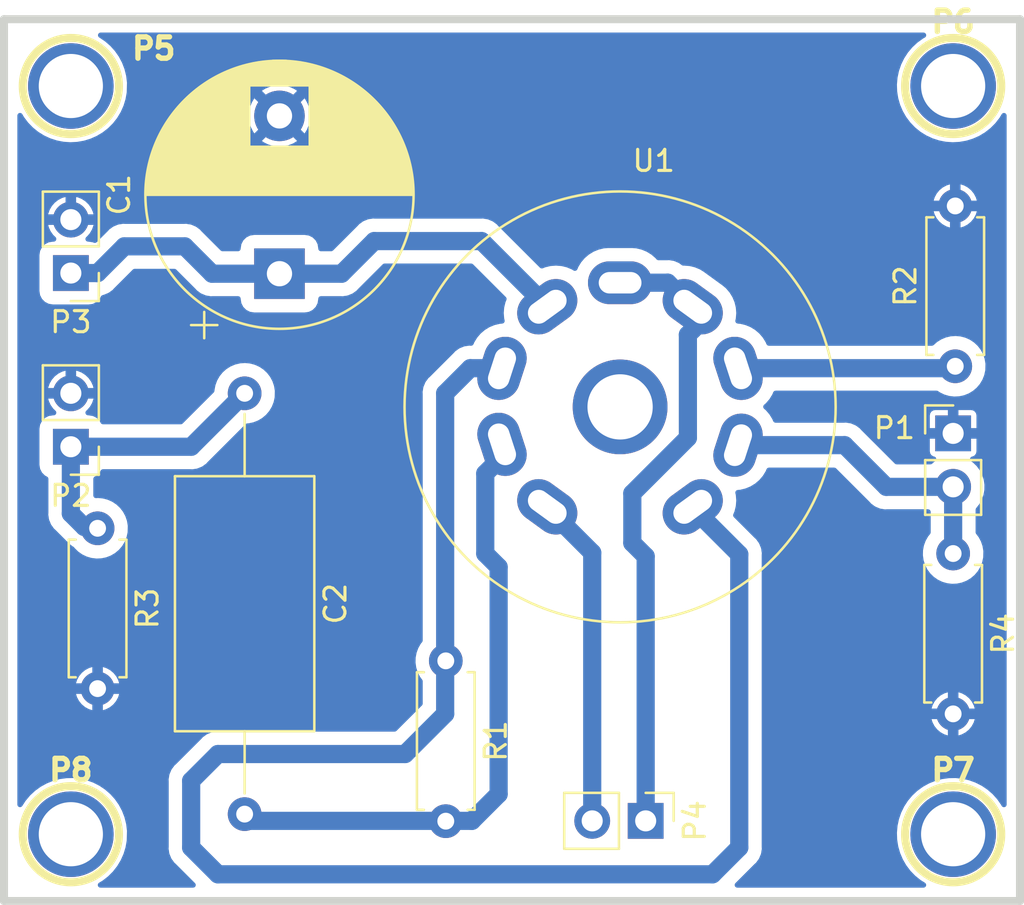
<source format=kicad_pcb>
(kicad_pcb (version 20201002) (generator pcbnew)

  (general
    (thickness 1.6002)
  )

  (paper "A4")
  (layers
    (0 "F.Cu" signal "Dessus")
    (31 "B.Cu" signal "Dessous")
    (32 "B.Adhes" user "B.Adhesive")
    (33 "F.Adhes" user "F.Adhesive")
    (34 "B.Paste" user)
    (35 "F.Paste" user)
    (36 "B.SilkS" user "B.Silkscreen")
    (37 "F.SilkS" user "F.Silkscreen")
    (38 "B.Mask" user)
    (39 "F.Mask" user)
    (40 "Dwgs.User" user "User.Drawings")
    (41 "Cmts.User" user "User.Comments")
    (42 "Eco1.User" user "User.Eco1")
    (43 "Eco2.User" user "User.Eco2")
    (44 "Edge.Cuts" user)
    (46 "B.CrtYd" user "B.Courtyard")
    (47 "F.CrtYd" user "F.Courtyard")
    (48 "B.Fab" user)
    (49 "F.Fab" user)
  )

  (setup
    (pcbplotparams
      (layerselection 0x0000030_80000001)
      (disableapertmacros false)
      (usegerberextensions true)
      (usegerberattributes false)
      (usegerberadvancedattributes false)
      (creategerberjobfile false)
      (svguseinch false)
      (svgprecision 6)
      (excludeedgelayer true)
      (plotframeref false)
      (viasonmask false)
      (mode 1)
      (useauxorigin false)
      (hpglpennumber 1)
      (hpglpenspeed 20)
      (hpglpendiameter 15.000000)
      (psnegative false)
      (psa4output false)
      (plotreference true)
      (plotvalue true)
      (plotinvisibletext false)
      (sketchpadsonfab false)
      (subtractmaskfromsilk false)
      (outputformat 1)
      (mirror false)
      (drillshape 1)
      (scaleselection 1)
      (outputdirectory "")
    )
  )


  (net 0 "")
  (net 1 "GND")
  (net 2 "Net-(C1-Pad1)")
  (net 3 "Net-(C2-Pad1)")
  (net 4 "Net-(C2-Pad2)")
  (net 5 "Net-(P1-Pad2)")
  (net 6 "Net-(P4-Pad1)")
  (net 7 "Net-(P4-Pad2)")
  (net 8 "Net-(R1-Pad1)")
  (net 9 "Net-(R2-Pad1)")
  (net 10 "Net-(P5-Pad1)")
  (net 11 "Net-(P6-Pad1)")
  (net 12 "Net-(P7-Pad1)")
  (net 13 "Net-(P8-Pad1)")

  (module "Capacitor_THT:CP_Radial_D12.5mm_P7.50mm" (layer "F.Cu") (tedit 5A533290) (tstamp 00000000-0000-0000-0000-000054a58357)
    (at 133.1 102.9 90)
    (descr "CP, Radial series, Radial, pin pitch=7.50mm, , diameter=12.5mm, Electrolytic Capacitor")
    (tags "CP Radial series Radial pin pitch 7.50mm  diameter 12.5mm Electrolytic Capacitor")
    (path "/00000000-0000-0000-0000-00004549f4be")
    (attr through_hole)
    (fp_text reference "C1" (at 3.75 -7.62 90) (layer "F.SilkS")
      (effects (font (size 1 1) (thickness 0.15)))
      (tstamp 7d7bcc49-4f4b-4151-a5cb-f2f7b481ac46)
    )
    (fp_text value "10uF" (at 3.75 7.62 90) (layer "F.Fab")
      (effects (font (size 1 1) (thickness 0.15)))
      (tstamp 5e28f9f7-ba51-4c50-ae64-50317fe3e807)
    )
    (fp_text user "${REFERENCE}" (at 3.75 0 90) (layer "F.Fab")
      (effects (font (size 1 1) (thickness 0.15)))
      (tstamp 667d3d91-d4ce-4f68-a317-2b380cb74278)
    )
    (fp_line (start 6.671 1.44) (end 6.671 5.622) (layer "F.SilkS") (width 0.12) (tstamp 01d319b6-ae8d-44cf-852f-85659fb74a69))
    (fp_line (start 7.671 1.44) (end 7.671 4.982) (layer "F.SilkS") (width 0.12) (tstamp 0220161f-9460-4e1f-ae3f-f4a6ec36bd62))
    (fp_line (start 7.231 -5.296) (end 7.231 -1.44) (layer "F.SilkS") (width 0.12) (tstamp 029cb283-1383-45a9-aa5d-980b31d07f0e))
    (fp_line (start 9.351 -2.996) (end 9.351 2.996) (layer "F.SilkS") (width 0.12) (tstamp 02a870eb-af42-4db9-8982-6da01d86b0d3))
    (fp_line (start 9.871 -1.728) (end 9.871 1.728) (layer "F.SilkS") (width 0.12) (tstamp 02db6af1-3d9e-4300-a46f-049dccf464f4))
    (fp_line (start 6.191 1.44) (end 6.191 5.845) (layer "F.SilkS") (width 0.12) (tstamp 0446bd4a-1438-402d-a002-8f922406e6fa))
    (fp_line (start 8.631 -4.055) (end 8.631 -1.44) (layer "F.SilkS") (width 0.12) (tstamp 04afd6bf-ddca-43c6-b06c-4dbdcf46ae41))
    (fp_line (start 4.591 -6.275) (end 4.591 6.275) (layer "F.SilkS") (width 0.12) (tstamp 0522f5d9-1bd4-4223-8390-56239f31107b))
    (fp_line (start 9.191 -3.275) (end 9.191 3.275) (layer "F.SilkS") (width 0.12) (tstamp 06199d3c-1d0e-40e3-9389-ce3c1fea7bbe))
    (fp_line (start 7.871 1.44) (end 7.871 4.819) (layer "F.SilkS") (width 0.12) (tstamp 06f200b4-42bf-468d-820b-cf0254958721))
    (fp_line (start 9.791 -1.984) (end 9.791 1.984) (layer "F.SilkS") (width 0.12) (tstamp 07fd133e-c716-4fa1-ac0d-b70652541058))
    (fp_line (start 6.631 -5.642) (end 6.631 -1.44) (layer "F.SilkS") (width 0.12) (tstamp 08860f49-dcd9-4ea7-b3d5-9ede56d8819b))
    (fp_line (start 9.711 -2.209) (end 9.711 2.209) (layer "F.SilkS") (width 0.12) (tstamp 0890d7f4-bc9f-4b26-8534-c4df9209869d))
    (fp_line (start 6.751 -5.58) (end 6.751 -1.44) (layer "F.SilkS") (width 0.12) (tstamp 0a52e2ec-f5e3-4819-a2fe-83767c4c226b))
    (fp_line (start 9.431 -2.844) (end 9.431 2.844) (layer "F.SilkS") (width 0.12) (tstamp 0b6345dc-3ae7-4118-a2cd-b9f061f3b15a))
    (fp_line (start 8.351 1.44) (end 8.351 4.367) (layer "F.SilkS") (width 0.12) (tstamp 0bc05007-b2f6-4566-9335-a2599206834b))
    (fp_line (start 6.471 -5.721) (end 6.471 -1.44) (layer "F.SilkS") (width 0.12) (tstamp 0beb5473-4397-4c5c-8eac-7ad2c45b5ba1))
    (fp_line (start 8.391 1.44) (end 8.391 4.325) (layer "F.SilkS") (width 0.12) (tstamp 0c6765cc-b4e8-4d74-997c-8de48a32b7d5))
    (fp_line (start 5.711 -6.021) (end 5.711 6.021) (layer "F.SilkS") (width 0.12) (tstamp 0cc41f2d-8717-4e09-a484-701dd569f504))
    (fp_line (start 7.391 -5.188) (end 7.391 -1.44) (layer "F.SilkS") (width 0.12) (tstamp 0d0e2816-7b19-4873-aa88-147cba3ff7e9))
    (fp_line (start 9.551 -2.594) (end 9.551 2.594) (layer "F.SilkS") (width 0.12) (tstamp 1150a6e4-a97b-4463-bfa7-068c69911a4d))
    (fp_line (start 5.191 -6.166) (end 5.191 6.166) (layer "F.SilkS") (width 0.12) (tstamp 116c25f3-0593-4b33-8bef-cf01571a4ee9))
    (fp_line (start 7.191 1.44) (end 7.191 5.322) (layer "F.SilkS") (width 0.12) (tstamp 13d555ea-086b-4e3b-8ccc-f0aca376c367))
    (fp_line (start 6.791 1.44) (end 6.791 5.558) (layer "F.SilkS") (width 0.12) (tstamp 13fa1c4f-00e9-4abe-89a2-71684baf1fb5))
    (fp_line (start 8.351 -4.367) (end 8.351 -1.44) (layer "F.SilkS") (width 0.12) (tstamp 1592d1a9-e09f-402a-9cd0-f0a6561e4080))
    (fp_line (start 8.031 -4.678) (end 8.031 -1.44) (layer "F.SilkS") (width 0.12) (tstamp 17ce5583-2b41-4859-b400-691e7d8abe95))
    (fp_line (start 9.591 -2.504) (end 9.591 2.504) (layer "F.SilkS") (width 0.12) (tstamp 17d93579-7462-4c62-acf5-6ccccd8a2683))
    (fp_line (start 8.871 -3.75) (end 8.871 -1.44) (layer "F.SilkS") (width 0.12) (tstamp 17e1bd51-2f3b-4553-a988-a3a70982d72f))
    (fp_line (start 5.311 -6.137) (end 5.311 6.137) (layer "F.SilkS") (width 0.12) (tstamp 18bf8ab4-4aa5-45db-a4f0-a55a822ae39e))
    (fp_line (start 6.951 1.44) (end 6.951 5.468) (layer "F.SilkS") (width 0.12) (tstamp 19da9466-749d-45ed-b046-3e13c828ddff))
    (fp_line (start 5.951 -5.939) (end 5.951 5.939) (layer "F.SilkS") (width 0.12) (tstamp 1ac4894a-34b8-4716-a464-b32092f74809))
    (fp_line (start 6.391 1.44) (end 6.391 5.758) (layer "F.SilkS") (width 0.12) (tstamp 1adcc2a4-aafc-4e79-b381-b648f869f73b))
    (fp_line (start 8.111 1.44) (end 8.111 4.605) (layer "F.SilkS") (width 0.12) (tstamp 1b101b00-bd29-455c-b57e-4f6042991004))
    (fp_line (start 7.311 1.44) (end 7.311 5.243) (layer "F.SilkS") (width 0.12) (tstamp 1b284faf-1a2a-438f-bc64-1cca40a47ea2))
    (fp_line (start 7.151 -5.347) (end 7.151 -1.44) (layer "F.SilkS") (width 0.12) (tstamp 1b3ada8e-0a30-4c58-b390-fd4f0a118191))
    (fp_line (start 5.631 -6.047) (end 5.631 6.047) (layer "F.SilkS") (width 0.12) (tstamp 1b9e92de-17bc-4ea8-aab9-481ffb7fbe28))
    (fp_line (start 8.191 -4.528) (end 8.191 -1.44) (layer "F.SilkS") (width 0.12) (tstamp 1bb6e7af-99d3-4e63-8f4f-634405d65c4b))
    (fp_line (start 8.071 -4.642) (end 8.071 -1.44) (layer "F.SilkS") (width 0.12) (tstamp 1c47add7-c9d7-44a6-af5b-e7bf1e0428bf))
    (fp_line (start 9.031 -3.524) (end 9.031 3.524) (layer "F.SilkS") (width 0.12) (tstamp 1d1acefe-53dc-4af7-a7c2-bc04456af6f3))
    (fp_line (start 4.43 -6.294) (end 4.43 6.294) (layer "F.SilkS") (width 0.12) (tstamp 1db8124c-39c2-4ce2-873e-4071b585782d))
    (fp_line (start 6.231 1.44) (end 6.231 5.828) (layer "F.SilkS") (width 0.12) (tstamp 22ce3560-0cdc-42c6-8579-5dbcf74cc079))
    (fp_line (start 7.431 -5.16) (end 7.431 -1.44) (layer "F.SilkS") (width 0.12) (tstamp 22eaabd3-2aaf-4d94-a264-7740d057b09e))
    (fp_line (start 6.471 1.44) (end 6.471 5.721) (layer "F.SilkS") (width 0.12) (tstamp 234195da-e3ba-43e8-8c84-7aca6bbd682d))
    (fp_line (start 7.591 1.44) (end 7.591 5.043) (layer "F.SilkS") (width 0.12) (tstamp 23ac6a97-bd0c-4cd2-9ceb-cebb8240fdd8))
    (fp_line (start 8.991 -3.583) (end 8.991 3.583) (layer "F.SilkS") (width 0.12) (tstamp 249d84f9-d55f-49d1-9136-1f04bed23948))
    (fp_line (start 8.111 -4.605) (end 8.111 -1.44) (layer "F.SilkS") (width 0.12) (tstamp 2730832a-13c1-4c7b-a2c7-bf750377cc8a))
    (fp_line (start 7.871 -4.819) (end 7.871 -1.44) (layer "F.SilkS") (width 0.12) (tstamp 27405bde-949d-4119-98b7-f9aaedf9b4a5))
    (fp_line (start 4.35 -6.302) (end 4.35 6.302) (layer "F.SilkS") (width 0.12) (tstamp 27ab11d2-52f8-4d72-9390-99200ce13719))
    (fp_line (start 5.431 -6.105) (end 5.431 6.105) (layer "F.SilkS") (width 0.12) (tstamp 29ea6a87-b889-45dc-87b2-9c925b10da64))
    (fp_line (start 4.31 -6.306) (end 4.31 6.306) (layer "F.SilkS") (width 0.12) (tstamp 2adfcff8-ad63-483d-b30b-aed992a179cc))
    (fp_line (start 9.951 -1.422) (end 9.951 1.422) (layer "F.SilkS") (width 0.12) (tstamp 2bc38e9d-248c-413d-bf18-93aefa7b5fd6))
    (fp_line (start 7.231 1.44) (end 7.231 5.296) (layer "F.SilkS") (width 0.12) (tstamp 2f0975e9-ed43-4a7d-8301-03df4f1bcd30))
    (fp_line (start 6.831 1.44) (end 6.831 5.536) (layer "F.SilkS") (width 0.12) (tstamp 2f0c5923-5222-4aff-8cb3-430640483a21))
    (fp_line (start 6.751 1.44) (end 6.751 5.58) (layer "F.SilkS") (width 0.12) (tstamp 32d63a10-d769-4db5-a192-7d675c05ad24))
    (fp_line (start 6.191 -5.845) (end 6.191 -1.44) (layer "F.SilkS") (width 0.12) (tstamp 37820ca9-64ec-4939-80d8-68b4f94269b3))
    (fp_line (start 8.271 1.44) (end 8.271 4.449) (layer "F.SilkS") (width 0.12) (tstamp 39b4475e-4fef-4c7f-ae7d-ccfc0ee39c90))
    (fp_line (start 6.551 -5.682) (end 6.551 -1.44) (layer "F.SilkS") (width 0.12) (tstamp 3a65eb74-c76e-4d41-9e17-8e997e115e19))
    (fp_line (start 6.591 1.44) (end 6.591 5.662) (layer "F.SilkS") (width 0.12) (tstamp 3a9d8cb0-9c43-4224-8ef6-83cd0843155e))
    (fp_line (start 8.911 -3.696) (end 8.911 -1.44) (layer "F.SilkS") (width 0.12) (tstamp 3cabba31-e095-4540-a15e-1bbc75aabc37))
    (fp_line (start 7.151 1.44) (end 7.151 5.347) (layer "F.SilkS") (width 0.12) (tstamp 3d8141ed-8986-42e1-aee3-6658e815a3c2))
    (fp_line (start 9.151 -3.339) (end 9.151 3.339) (layer "F.SilkS") (width 0.12) (tstamp 3da92c24-c397-40dd-a81a-7c3974939d1b))
    (fp_line (start 8.631 1.44) (end 8.631 4.055) (layer "F.SilkS") (width 0.12) (tstamp 3e18f53f-2b1f-4158-a71c-9df5389f6779))
    (fp_line (start 4.511 -6.285) (end 4.511 6.285) (layer "F.SilkS") (width 0.12) (tstamp 3e6c85c4-af2d-4b6e-97e8-3eab966b40fb))
    (fp_line (start 4.07 -6.322) (end 4.07 6.322) (layer "F.SilkS") (width 0.12) (tstamp 3f857e82-e3d9-4c5e-b3c2-c45e782325b9))
    (fp_line (start -2.442082 -4.2) (end -2.442082 -2.95) (layer "F.SilkS") (width 0.12) (tstamp 3f885e8f-86ac-49ee-9872-853731e65d8f))
    (fp_line (start 3.79 -6.33) (end 3.79 6.33) (layer "F.SilkS") (width 0.12) (tstamp 40cdf30c-58c9-410a-b3e1-471ce4257fd7))
    (fp_line (start 7.311 -5.243) (end 7.311 -1.44) (layer "F.SilkS") (width 0.12) (tstamp 41853282-f601-4a9c-8061-dfb75d5befff))
    (fp_line (start 7.711 -4.95) (end 7.711 -1.44) (layer "F.SilkS") (width 0.12) (tstamp 471a358a-ec50-4de1-a164-73b00d1f3d93))
    (fp_line (start 6.711 -5.601) (end 6.711 -1.44) (layer "F.SilkS") (width 0.12) (tstamp 4876aea2-0b81-49c9-8337-327474a8c082))
    (fp_line (start 7.351 1.44) (end 7.351 5.216) (layer "F.SilkS") (width 0.12) (tstamp 494ebd84-f05a-4570-a122-086d2f2ccae1))
    (fp_line (start 6.271 1.44) (end 6.271 5.811) (layer "F.SilkS") (width 0.12) (tstamp 4977b7e2-43f4-4067-b15c-9c5d6f558de2))
    (fp_line (start 7.271 1.44) (end 7.271 5.27) (layer "F.SilkS") (width 0.12) (tstamp 4a534456-ec3d-496a-a20e-1b13cf6c7eb5))
    (fp_line (start 8.551 1.44) (end 8.551 4.148) (layer "F.SilkS") (width 0.12) (tstamp 4ae2edc4-4933-43ca-8427-cf32fff0a0fd))
    (fp_line (start 9.111 -3.402) (end 9.111 3.402) (layer "F.SilkS") (width 0.12) (tstamp 4ba09ab2-6788-41a5-894f-12e2c2c48336))
    (fp_line (start 7.111 1.44) (end 7.111 5.372) (layer "F.SilkS") (width 0.12) (tstamp 4d43daf9-12fa-4633-af0a-0a57bfe50331))
    (fp_line (start 7.111 -5.372) (end 7.111 -1.44) (layer "F.SilkS") (width 0.12) (tstamp 4d51dacb-0447-45fd-b94c-ceda56fef2eb))
    (fp_line (start -3.067082 -3.575) (end -1.817082 -3.575) (layer "F.SilkS") (width 0.12) (tstamp 50b5d1dc-9225-4982-9aaf-13259da4eedf))
    (fp_line (start 9.231 -3.208) (end 9.231 3.208) (layer "F.SilkS") (width 0.12) (tstamp 51ab9c9f-92c0-4799-aaac-02a6ff096e43))
    (fp_line (start 5.831 -5.981) (end 5.831 5.981) (layer "F.SilkS") (width 0.12) (tstamp 553c7530-27c0-4fb7-9634-8d9ea707b377))
    (fp_line (start 4.39 -6.298) (end 4.39 6.298) (layer "F.SilkS") (width 0.12) (tstamp 554737c6-91e0-4f96-a312-a6713bb8a069))
    (fp_line (start 4.711 -6.258) (end 4.711 6.258) (layer "F.SilkS") (width 0.12) (tstamp 568a2fb7-8417-4335-a7a5-bb9ebd19eb2d))
    (fp_line (start 7.071 -5.397) (end 7.071 -1.44) (layer "F.SilkS") (width 0.12) (tstamp 579af085-df9a-4b9e-8308-34b867007c87))
    (fp_line (start 6.071 1.44) (end 6.071 5.893) (layer "F.SilkS") (width 0.12) (tstamp 5868f69a-a7ff-42a8-8dc0-c6e462705596))
    (fp_line (start 7.551 -5.073) (end 7.551 -1.44) (layer "F.SilkS") (width 0.12) (tstamp 593bf0d8-27f3-4077-bdfe-cdbe34fc7fe6))
    (fp_line (start 4.19 -6.315) (end 4.19 6.315) (layer "F.SilkS") (width 0.12) (tstamp 59465f36-a232-44e8-b4c8-f3b16466f01d))
    (fp_line (start 9.751 -2.1) (end 9.751 2.1) (layer "F.SilkS") (width 0.12) (tstamp 59729295-bb7d-4227-9b44-2b3e0e61060a))
    (fp_line (start 3.99 -6.326) (end 3.99 6.326) (layer "F.SilkS") (width 0.12) (tstamp 5ec35acf-5e68-4b84-95fc-6b76efae8908))
    (fp_line (start 4.551 -6.28) (end 4.551 6.28) (layer "F.SilkS") (width 0.12) (tstamp 5ecfed81-9d16-4ae6-8bbc-c0ba00d63ad2))
    (fp_line (start 10.071 -0.757) (end 10.071 0.757) (layer "F.SilkS") (width 0.12) (tstamp 5fe7e1c1-db01-4bf8-b66a-dd0696aecaab))
    (fp_line (start 5.031 -6.201) (end 5.031 6.201) (layer "F.SilkS") (width 0.12) (tstamp 6098116c-d9f3-4ee8-981a-d2c313c5c794))
    (fp_line (start 7.791 1.44) (end 7.791 4.885) (layer "F.SilkS") (width 0.12) (tstamp 6124d4f1-8cd2-4829-8cc0-9faa9a9d86d3))
    (fp_line (start 4.871 -6.231) (end 4.871 6.231) (layer "F.SilkS") (width 0.12) (tstamp 6137893d-0f6b-4cc7-ae7f-ec3e8c2790cb))
    (fp_line (start 6.711 1.44) (end 6.711 5.601) (layer "F.SilkS") (width 0.12) (tstamp 6153f7fb-d84f-42d1-9f7a-ad3dce3629d2))
    (fp_line (start 3.95 -6.327) (end 3.95 6.327) (layer "F.SilkS") (width 0.12) (tstamp 616ed491-f7d0-46c5-98ad-3ebcbaef3758))
    (fp_line (start 8.871 1.44) (end 8.871 3.75) (layer "F.SilkS") (width 0.12) (tstamp 62658ec7-a2e3-46d9-bda0-f144836b19c4))
    (fp_line (start 8.511 1.44) (end 8.511 4.194) (layer "F.SilkS") (width 0.12) (tstamp 636b748c-047e-4b82-aca3-63e021ec6728))
    (fp_line (start 10.111 -0.317) (end 10.111 0.317) (layer "F.SilkS") (width 0.12) (tstamp 63cd5f78-2dca-49b2-9283-57aedc3f89fe))
    (fp_line (start 4.631 -6.269) (end 4.631 6.269) (layer "F.SilkS") (width 0.12) (tstamp 64b70010-dcc6-4300-a2c2-bf2fddf6334d))
    (fp_line (start 6.031 -5.908) (end 6.031 5.908) (layer "F.SilkS") (width 0.12) (tstamp 64d09571-64ee-44ed-bef5-f6e112557a81))
    (fp_line (start 7.031 -5.421) (end 7.031 -1.44) (layer "F.SilkS") (width 0.12) (tstamp 64de9820-9eaa-443b-914a-a655e2e36eb1))
    (fp_line (start 8.191 1.44) (end 8.191 4.528) (layer "F.SilkS") (width 0.12) (tstamp 66327098-402f-4df4-b059-5134d1b9366d))
    (fp_line (start 4.27 -6.309) (end 4.27 6.309) (layer "F.SilkS") (width 0.12) (tstamp 694b5eb1-315a-4935-b8f6-7f0fbb9a3216))
    (fp_line (start 6.071 -5.893) (end 6.071 -1.44) (layer "F.SilkS") (width 0.12) (tstamp 6a4a4b75-14cb-4197-95bc-2a56e2a686b5))
    (fp_line (start 6.511 1.44) (end 6.511 5.702) (layer "F.SilkS") (width 0.12) (tstamp 6aaa2ee6-b9b7-4866-940d-535e9507d7fb))
    (fp_line (start 8.951 -3.64) (end 8.951 3.64) (layer "F.SilkS") (width 0.12) (tstamp 6e3a9602-4e0f-4ced-a9e5-e17591d5ac00))
    (fp_line (start 6.871 -5.514) (end 6.871 -1.44) (layer "F.SilkS") (width 0.12) (tstamp 6ea6113b-495a-464d-9de4-178ef1e89d96))
    (fp_line (start 8.671 -4.007) (end 8.671 -1.44) (layer "F.SilkS") (width 0.12) (tstamp 6f49145c-4931-4e6d-9787-ca3304208ace))
    (fp_line (start 5.511 -6.083) (end 5.511 6.083) (layer "F.SilkS") (width 0.12) (tstamp 6fcbb876-832e-4d0b-9a72-95cabfeb7cf5))
    (fp_line (start 5.111 -6.184) (end 5.111 6.184) (layer "F.SilkS") (width 0.12) (tstamp 7025353d-dd91-49c7-9810-883a191187ad))
    (fp_line (start 8.431 1.44) (end 8.431 4.282) (layer "F.SilkS") (width 0.12) (tstamp 7095ebf9-b683-49e5-97e5-72abb9141830))
    (fp_line (start 6.911 1.44) (end 6.911 5.491) (layer "F.SilkS") (width 0.12) (tstamp 743b01f4-c007-4535-9a27-7669421c04da))
    (fp_line (start 8.271 -4.449) (end 8.271 -1.44) (layer "F.SilkS") (width 0.12) (tstamp 769a8149-c82d-41c5-bba9-103a56a423b6))
    (fp_line (start 6.951 -5.468) (end 6.951 -1.44) (layer "F.SilkS") (width 0.12) (tstamp 77e52323-4443-46da-8838-96b6416a9bd1))
    (fp_line (start 4.951 -6.216) (end 4.951 6.216) (layer "F.SilkS") (width 0.12) (tstamp 780239b4-4862-4678-bf1b-23a37856dff9))
    (fp_line (start 7.511 1.44) (end 7.511 5.102) (layer "F.SilkS") (width 0.12) (tstamp 78ed7b4c-18c2-4eac-a805-6e5386fe1b27))
    (fp_line (start 5.751 -6.008) (end 5.751 6.008) (layer "F.SilkS") (width 0.12) (tstamp 796d4d6f-9645-48d8-8ef3-cecb6a028aae))
    (fp_line (start 6.271 -5.811) (end 6.271 -1.44) (layer "F.SilkS") (width 0.12) (tstamp 7a73c5f6-dd43-4ec2-a986-0b70d1e030a2))
    (fp_line (start 5.791 -5.995) (end 5.791 5.995) (layer "F.SilkS") (width 0.12) (tstamp 7b5c60e4-0a21-4d73-9995-b845e4df0f88))
    (fp_line (start 4.831 -6.238) (end 4.831 6.238) (layer "F.SilkS") (width 0.12) (tstamp 7b688567-d18e-4b57-bc43-70fe484326f5))
    (fp_line (start 8.591 -4.102) (end 8.591 -1.44) (layer "F.SilkS") (width 0.12) (tstamp 7bc40b78-31c0-4c92-907a-68e2f4dca559))
    (fp_line (start 7.431 1.44) (end 7.431 5.16) (layer "F.SilkS") (width 0.12) (tstamp 7bf0cf46-8e6e-42e5-843f-cd764e30264b))
    (fp_line (start 8.671 1.44) (end 8.671 4.007) (layer "F.SilkS") (width 0.12) (tstamp 7d3d89e6-36fc-43e5-9081-67a056843fd8))
    (fp_line (start 7.991 -4.714) (end 7.991 -1.44) (layer "F.SilkS") (width 0.12) (tstamp 7e97b9b3-99dd-4032-bcfe-01b764d9fb39))
    (fp_line (start 8.791 1.44) (end 8.791 3.856) (layer "F.SilkS") (width 0.12) (tstamp 809b4bbb-2d5d-4532-8a10-df8fc582528f))
    (fp_line (start 4.471 -6.29) (end 4.471 6.29) (layer "F.SilkS") (width 0.12) (tstamp 81b818a8-2ded-4f2b-9b79-d55071149c18))
    (fp_line (start 6.311 1.44) (end 6.311 5.793) (layer "F.SilkS") (width 0.12) (tstamp 824081d6-01fd-4ec3-8b00-2e969cf1ca50))
    (fp_line (start 8.711 -3.957) (end 8.711 -1.44) (layer "F.SilkS") (width 0.12) (tstamp 882659b4-d7ea-4f57-acd7-7116af65b8f5))
    (fp_line (start 3.91 -6.328) (end 3.91 6.328) (layer "F.SilkS") (width 0.12) (tstamp 898a437f-65dc-49f4-a71d-b58e887c9e5d))
    (fp_line (start 7.711 1.44) (end 7.711 4.95) (layer "F.SilkS") (width 0.12) (tstamp 8b1a18f5-35a2-4843-8c2e-55f04d3a3622))
    (fp_line (start 7.991 1.44) (end 7.991 4.714) (layer "F.SilkS") (width 0.12) (tstamp 9070d1b3-b2ad-43eb-870a-88c50610fed1))
    (fp_line (start 7.351 -5.216) (end 7.351 -1.44) (layer "F.SilkS") (width 0.12) (tstamp 926af1b6-8e15-4811-b1c1-ad67fc8586cd))
    (fp_line (start 4.671 -6.264) (end 4.671 6.264) (layer "F.SilkS") (width 0.12) (tstamp 92cd753b-356c-478f-991c-f8b3badc20f5))
    (fp_line (start 8.551 -4.148) (end 8.551 -1.44) (layer "F.SilkS") (width 0.12) (tstamp 938ebbf5-ecb4-4115-8f61-c34fc412a2eb))
    (fp_line (start 6.431 1.44) (end 6.431 5.739) (layer "F.SilkS") (width 0.12) (tstamp 943bb3da-848e-4a4c-8b0c-b040937901fd))
    (fp_line (start 9.671 -2.312) (end 9.671 2.312) (layer "F.SilkS") (width 0.12) (tstamp 94a709ad-a61e-4e9e-86ea-e08ffeed6f96))
    (fp_line (start 6.591 -5.662) (end 6.591 -1.44) (layer "F.SilkS") (width 0.12) (tstamp 9540efbc-8d65-4156-a292-e79c827aaa1c))
    (fp_line (start 6.351 -5.776) (end 6.351 -1.44) (layer "F.SilkS") (width 0.12) (tstamp 9541380c-8606-4998-91cd-7d65e4d5a6d3))
    (fp_line (start 8.831 1.44) (end 8.831 3.804) (layer "F.SilkS") (width 0.12) (tstamp 9693a223-c036-43e6-935a-f939665a2a68))
    (fp_line (start 9.831 -1.861) (end 9.831 1.861) (layer "F.SilkS") (width 0.12) (tstamp 984b7488-ed87-4407-a428-1638bfa6d94e))
    (fp_line (start 8.791 -3.856) (end 8.791 -1.44) (layer "F.SilkS") (width 0.12) (tstamp 9a5cf295-27b9-42a8-a489-802366baeb94))
    (fp_line (start 7.191 -5.322) (end 7.191 -1.44) (layer "F.SilkS") (width 0.12) (tstamp 9b038b5c-4d7c-4885-aae1-ed1b0ed6c3ad))
    (fp_line (start 6.671 -5.622) (end 6.671 -1.44) (layer "F.SilkS") (width 0.12) (tstamp 9d255b7a-780b-4d2d-a0dc-f2eacda2ff00))
    (fp_line (start 6.791 -5.558) (end 6.791 -1.44) (layer "F.SilkS") (width 0.12) (tstamp 9d3610ac-05a1-45e8-a347-4c3146274847))
    (fp_line (start 4.15 -6.318) (end 4.15 6.318) (layer "F.SilkS") (width 0.12) (tstamp 9d5d33d0-9fd9-4975-bdcf-8c21e46a7238))
    (fp_line (start 7.271 -5.27) (end 7.271 -1.44) (layer "F.SilkS") (width 0.12) (tstamp 9ec1dfe5-feb8-4d93-9986-aafefa85acf3))
    (fp_line (start 7.591 -5.043) (end 7.591 -1.44) (layer "F.SilkS") (width 0.12) (tstamp 9f562bbb-e895-4c9f-8a3b-e795aa669e12))
    (fp_line (start 5.071 -6.192) (end 5.071 6.192) (layer "F.SilkS") (width 0.12) (tstamp 9f6b99e7-cc29-4788-aff7-893ecf432993))
    (fp_line (start 9.991 -1.241) (end 9.991 1.241) (layer "F.SilkS") (width 0.12) (tstamp 9f84589a-2685-4e70-a31c-c34e341ef466))
    (fp_line (start 8.231 1.44) (end 8.231 4.489) (layer "F.SilkS") (width 0.12) (tstamp 9feea0e4-0ad7-479a-917d-b95ea1211ac7))
    (fp_line (start 7.631 -5.012) (end 7.631 -1.44) (layer "F.SilkS") (width 0.12) (tstamp a0fc2164-1f13-4618-b1f6-0a37783c0f93))
    (fp_line (start 7.631 1.44) (end 7.631 5.012) (layer "F.SilkS") (width 0.12) (tstamp a33b3954-a0c6-4edd-bee7-21310c4ad28d))
    (fp_line (start 7.951 1.44) (end 7.951 4.75) (layer "F.SilkS") (width 0.12) (tstamp a347b264-c7e1-4d9c-b349-39a544446e08))
    (fp_line (start 5.551 -6.071) (end 5.551 6.071) (layer "F.SilkS") (width 0.12) (tstamp a3ac186e-622a-465c-8e54-5cf1f0199d30))
    (fp_line (start 4.751 -6.252) (end 4.751 6.252) (layer "F.SilkS") (width 0.12) (tstamp a502cbc0-86a0-4462-9245-8f3ff603c8d0))
    (fp_line (start 7.551 1.44) (end 7.551 5.073) (layer "F.SilkS") (width 0.12) (tstamp a69e8e0d-ae3d-4ccd-86ed-82f289b61a62))
    (fp_line (start 6.391 -5.758) (end 6.391 -1.44) (layer "F.SilkS") (width 0.12) (tstamp a71bb59c-fe2d-4204-b846-ae2f52e8100a))
    (fp_line (start 4.11 -6.32) (end 4.11 6.32) (layer "F.SilkS") (width 0.12) (tstamp a7649820-331c-414b-83ae-cbd90b21c277))
    (fp_line (start 5.391 -6.116) (end 5.391 6.116) (layer "F.SilkS") (width 0.12) (tstamp a7ef23a3-d718-4e74-be71-5a1d307c1294))
    (fp_line (start 9.631 -2.41) (end 9.631 2.41) (layer "F.SilkS") (width 0.12) (tstamp ab2b50e1-f9d8-4bbb-ac98-32150e7bc8bb))
    (fp_line (start 9.511 -2.681) (end 9.511 2.681) (layer "F.SilkS") (width 0.12) (tstamp ac9ec529-8e75-47a4-b3f0-82829f353061))
    (fp_line (start 9.391 -2.921) (end 9.391 2.921) (layer "F.SilkS") (width 0.12) (tstamp ad7db419-da6c-4ac2-8647-c4c46aa122c3))
    (fp_line (start 8.151 -4.567) (end 8.151 -1.44) (layer "F.SilkS") (width 0.12) (tstamp ada5d12c-70f6-43a4-b67e-0661759c7c4b))
    (fp_line (start 6.511 -5.702) (end 6.511 -1.44) (layer "F.SilkS") (width 0.12) (tstamp ae87c59c-71e3-4b7a-9baf-eb989710ad5b))
    (fp_line (start 5.991 -5.924) (end 5.991 5.924) (layer "F.SilkS") (width 0.12) (tstamp aeebf330-a013-4dee-8137-9758091dc3fa))
    (fp_line (start 8.911 1.44) (end 8.911 3.696) (layer "F.SilkS") (width 0.12) (tstamp af43e6b1-6781-4226-afa9-f99739aface3))
    (fp_line (start 6.911 -5.491) (end 6.911 -1.44) (layer "F.SilkS") (width 0.12) (tstamp b1dcd5f1-274b-4f7a-8612-1a0f6cf31895))
    (fp_line (start 6.551 1.44) (end 6.551 5.682) (layer "F.SilkS") (width 0.12) (tstamp b2ef917a-4ce8-4ba7-99d0-1b58a0a0d63a))
    (fp_line (start 3.83 -6.33) (end 3.83 6.33) (layer "F.SilkS") (width 0.12) (tstamp b38e6cd5-62c8-419b-bb0e-c87c2de9f4eb))
    (fp_line (start 8.751 1.44) (end 8.751 3.907) (layer "F.SilkS") (width 0.12) (tstamp b4c1bf54-3579-4fb6-95d2-587e09fc4dc5))
    (fp_line (start 7.951 -4.75) (end 7.951 -1.44) (layer "F.SilkS") (width 0.12) (tstamp b52360fb-5082-4e73-8664-33195ed7a6c9))
    (fp_line (start 8.471 1.44) (end 8.471 4.238) (layer "F.SilkS") (width 0.12) (tstamp b68ba60a-def0-477d-b0a6-785f90ed2e58))
    (fp_line (start 7.671 -4.982) (end 7.671 -1.44) (layer "F.SilkS") (width 0.12) (tstamp b6bd1469-b9b2-44e1-9b30-5555b1bec973))
    (fp_line (start 6.111 -5.877) (end 6.111 -1.44) (layer "F.SilkS") (width 0.12) (tstamp b71e78e8-8b89-4149-bfe2-954ac1515618))
    (fp_line (start 8.431 -4.282) (end 8.431 -1.44) (layer "F.SilkS") (width 0.12) (tstamp b85260d2-1795-45fa-b5d2-28ab95a5eb19))
    (fp_line (start 7.391 1.44) (end 7.391 5.188) (layer "F.SilkS") (width 0.12) (tstamp b8a60f88-fa39-42bc-a142-7f6828b45e86))
    (fp_line (start 4.911 -6.224) (end 4.911 6.224) (layer "F.SilkS") (width 0.12) (tstamp b8b4c17f-50b2-45ee-bef6-4eb16db230a4))
    (fp_line (start 7.071 1.44) (end 7.071 5.397) (layer "F.SilkS") (width 0.12) (tstamp b8fa6ccf-3f8f-47ad-9639-d0d4855f38d7))
    (fp_line (start 5.671 -6.034) (end 5.671 6.034) (layer "F.SilkS") (width 0.12) (tstamp b999a946-1386-4f07-bfe0-a5faf41df158))
    (fp_line (start 7.471 1.44) (end 7.471 5.131) (layer "F.SilkS") (width 0.12) (tstamp ba0ecaff-f2e0-462e-b5c8-45daae60c833))
    (fp_line (start 7.751 1.44) (end 7.751 4.918) (layer "F.SilkS") (width 0.12) (tstamp ba8daea6-81ab-4e8f-9478-1553c3943caa))
    (fp_line (start 5.351 -6.126) (end 5.351 6.126) (layer "F.SilkS") (width 0.12) (tstamp baaf3f93-8850-4f9b-8eff-7240834b878b))
    (fp_line (start 8.831 -3.804) (end 8.831 -1.44) (layer "F.SilkS") (width 0.12) (tstamp bb2d19b2-1169-43db-a787-feb72373403b))
    (fp_line (start 6.311 -5.793) (end 6.311 -1.44) (layer "F.SilkS") (width 0.12) (tstamp bba4b33d-07ad-4a6d-baa0-5e7e747bb7fe))
    (fp_line (start 8.711 1.44) (end 8.711 3.957) (layer "F.SilkS") (width 0.12) (tstamp bc25dbd9-47f6-4117-816d-1a31ed8cfabe))
    (fp_line (start 4.03 -6.324) (end 4.03 6.324) (layer "F.SilkS") (width 0.12) (tstamp bc5f6e1e-bbbe-4d4d-81ac-9b8fb1e21fec))
    (fp_line (start 6.151 1.44) (end 6.151 5.861) (layer "F.SilkS") (width 0.12) (tstamp bd5fe5d8-e124-4b83-98de-f4ae98c69a72))
    (fp_line (start 7.031 1.44) (end 7.031 5.421) (layer "F.SilkS") (width 0.12) (tstamp bde5953f-3b2d-49a5-bce0-ae825107ad29))
    (fp_line (start 6.231 -5.828) (end 6.231 -1.44) (layer "F.SilkS") (width 0.12) (tstamp be7157d8-38b4-4961-b45a-5efc35a9a01a))
    (fp_line (start 8.391 -4.325) (end 8.391 -1.44) (layer "F.SilkS") (width 0.12) (tstamp be8075e4-5426-4541-9f09-3a2eb0b7e241))
    (fp_line (start 7.471 -5.131) (end 7.471 -1.44) (layer "F.SilkS") (width 0.12) (tstamp beca83a0-2c57-46d1-bdb9-9abbd79c33df))
    (fp_line (start 8.151 1.44) (end 8.151 4.567) (layer "F.SilkS") (width 0.12) (tstamp becf1471-f184-44e9-82bd-59c557fc30ce))
    (fp_line (start 7.511 -5.102) (end 7.511 -1.44) (layer "F.SilkS") (width 0.12) (tstamp bf546f57-55b0-4916-9353-cc1e01abe0d3))
    (fp_line (start 7.831 1.44) (end 7.831 4.852) (layer "F.SilkS") (width 0.12) (tstamp c057a303-c93c-49d7-806d-efe65a41e3f1))
    (fp_line (start 7.831 -4.852) (end 7.831 -1.44) (layer "F.SilkS") (width 0.12) (tstamp c2262784-da47-431c-9c51-03350d18feee))
    (fp_line (start 8.591 1.44) (end 8.591 4.102) (layer "F.SilkS") (width 0.12) (tstamp c24a5758-732b-4055-8dd3-639014fd757c))
    (fp_line (start 8.311 -4.408) (end 8.311 -1.44) (layer "F.SilkS") (width 0.12) (tstamp c6a74ad2-660a-4124-a796-7ca886f9d4a4))
    (fp_line (start 3.75 -6.33) (end 3.75 6.33) (layer "F.SilkS") (width 0.12) (tstamp c6ba61b1-bf2c-4e97-af62-d9d124f2c21f))
    (fp_line (start 6.991 1.44) (end 6.991 5.445) (layer "F.SilkS") (width 0.12) (tstamp c8f5de97-afcd-404d-945c-b68ea13e473d))
    (fp_line (start 6.631 1.44) (end 6.631 5.642) (layer "F.SilkS") (width 0.12) (tstamp c9fa2946-2586-4ae4-b090-c8ebfb54f48c))
    (fp_line (start 5.591 -6.059) (end 5.591 6.059) (layer "F.SilkS") (width 0.12) (tstamp cbed5007-a3d4-4cb1-8ccf-01ee566adef8))
    (fp_line (start 9.911 -1.583) (end 9.911 1.583) (layer "F.SilkS") (width 0.12) (tstamp cc466312-8a3e-47ec-9d37-931e9c6775b8))
    (fp_line (start 4.791 -6.245) (end 4.791 6.245) (layer "F.SilkS") (width 0.12) (tstamp cc5c6bdc-382a-42dd-b6ea-e5969d5587c3))
    (fp_line (start 8.311 1.44) (end 8.311 4.408) (layer "F.SilkS") (width 0.12) (tstamp ccde7c5a-180f-490b-afea-fab01a485ac8))
    (fp_line (start 9.271 -3.14) (end 9.271 3.14) (layer "F.SilkS") (width 0.12) (tstamp cec241d1-04c7-4501-8812-854e808f65c4))
    (fp_line (start 5.271 -6.146) (end 5.271 6.146) (layer "F.SilkS") (width 0.12) (tstamp cfd0ce4b-a44d-45ff-9eb8-ed266ab7bd5e))
    (fp_line (start 6.871 1.44) (end 6.871 5.514) (layer "F.SilkS") (width 0.12) (tstamp d2f1c692-c0b4-497f-a496-014b4857e81e))
    (fp_line (start 6.991 -5.445) (end 6.991 -1.44) (layer "F.SilkS") (width 0.12) (tstamp d6822e23-ffaa-4370-ac1a-db641fff75c7))
    (fp_line (start 9.071 -3.464) (end 9.071 3.464) (layer "F.SilkS") (width 0.12) (tstamp d83fcc49-4e74-4039-959e-edf1857c3e19))
    (fp_line (start 8.031 1.44) (end 8.031 4.678) (layer "F.SilkS") (width 0.12) (tstamp d8b7a937-9cfb-4ccc-aa5c-f6b7bb3d5343))
    (fp_line (start 5.471 -6.094) (end 5.471 6.094) (layer "F.SilkS") (width 0.12) (tstamp d9122d52-7a2d-4c0d-bc21-3c5190b1e5ab))
    (fp_line (start 3.87 -6.329) (end 3.87 6.329) (layer "F.SilkS") (width 0.12) (tstamp de523612-d518-4db6-a589-a4b84a4a8681))
    (fp_line (start 8.511 -4.194) (end 8.511 -1.44) (layer "F.SilkS") (width 0.12) (tstamp df0e4c0b-e518-4e2c-86fc-3d7247b2267e))
    (fp_line (start 6.831 -5.536) (end 6.831 -1.44) (layer "F.SilkS") (width 0.12) (tstamp e16e383b-c33e-413f-8ccb-7b0bca7a5469))
    (fp_line (start 9.311 -3.069) (end 9.311 3.069) (layer "F.SilkS") (width 0.12) (tstamp e2498729-c7e6-4634-b094-09878bca2af6))
    (fp_line (start 7.911 -4.785) (end 7.911 -1.44) (layer "F.SilkS") (width 0.12) (tstamp e2668ec6-9eab-48a3-9a3a-92f67593f54a))
    (fp_line (start 6.111 1.44) (end 6.111 5.877) (layer "F.SilkS") (width 0.12) (tstamp e4fbaf72-697c-4515-9a30-05d0cab22c51))
    (fp_line (start 8.471 -4.238) (end 8.471 -1.44) (layer "F.SilkS") (width 0.12) (tstamp e77ee8e3-386f-4db3-8dcf-cb561197ef2e))
    (fp_line (start 5.911 -5.953) (end 5.911 5.953) (layer "F.SilkS") (width 0.12) (tstamp e9fce4dc-7080-45f2-8fc4-cbb16a9c1319))
    (fp_line (start 8.231 -4.489) (end 8.231 -1.44) (layer "F.SilkS") (width 0.12) (tstamp eb043a4c-019a-41c6-90de-5c778c9ba878))
    (fp_line (start 6.431 -5.739) (end 6.431 -1.44) (layer "F.SilkS") (width 0.12) (tstamp ee503a25-3cce-4538-8daa-c3072fe7dbaa))
    (fp_line (start 8.751 -3.907) (end 8.751 -1.44) (layer "F.SilkS") (width 0.12) (tstamp ee79780d-59b0-4420-9d17-a74c8d760f4e))
    (fp_line (start 8.071 1.44) (end 8.071 4.642) (layer "F.SilkS") (width 0.12) (tstamp f12c933e-4290-40c0-8833-4fa4e6b2921d))
    (fp_line (start 7.751 -4.918) (end 7.751 -1.44) (layer "F.SilkS") (width 0.12) (tstamp f20fa46e-57f0-4992-b7ce-3bd405a1a6f6))
    (fp_line (start 5.151 -6.175) (end 5.151 6.175) (layer "F.SilkS") (width 0.12) (tstamp f3ee8b97-4b70-45d7-a734-03a94896e87a))
    (fp_line (start 5.231 -6.156) (end 5.231 6.156) (layer "F.SilkS") (width 0.12) (tstamp f3efec49-0cf1-49e1-96f1-4eea182b0dc1))
    (fp_line (start 7.911 1.44) (end 7.911 4.785) (layer "F.SilkS") (width 0.12) (tstamp f524c4a7-ecc3-4b98-93b0-36a56b28bf9e))
    (fp_line (start 6.151 -5.861) (end 6.151 -1.44) (layer "F.SilkS") (width 0.12) (tstamp f6011056-9d4f-4561-919f-989b3dd58bcb))
    (fp_line (start 9.471 -2.764) (end 9.471 2.764) (layer "F.SilkS") (width 0.12) (tstamp f69c15b1-6cf1-4ade-8b6d-396757e99349))
    (fp_line (start 6.351 1.44) (end 6.351 5.776) (layer "F.SilkS") (width 0.12) (tstamp f7533bbe-72de-47c5-9ed7-b1c4ea444761))
    (fp_line (start 5.871 -5.967) (end 5.871 5.967) (layer "F.SilkS") (width 0.12) (tstamp f7674b55-eb39-4f95-99de-db5afacce8ab))
    (fp_line (start 4.23 -6.312) (end 4.23 6.312) (layer "F.SilkS") (width 0.12) (tstamp f8edf161-08fe-42d2-a3f5-dfb1071e1529))
    (fp_line (start 10.031 -1.028) (end 10.031 1.028) (layer "F.SilkS") (width 0.12) (tstamp f8f5b5b2-ebd0-47f0-adf8-c0aac7de445a))
    (fp_line (start 7.791 -4.885) (end 7.791 -1.44) (layer "F.SilkS") (width 0.12) (tstamp fe8d7800-e2d8-4be5-a642-a8e893e21b21))
    (fp_line (start 4.991 -6.209) (end 4.991 6.209) (layer "F.SilkS") (width 0.12) (tstamp ff64fe53-3971-4951-9bdd-404f47e34093))
    (fp_circle (center 3.75 0) (end 10.12 0) (layer "F.SilkS") (width 0.12) (tstamp e9e2165f-3ef6-4063-9acb-ca11d867f123))
    (fp_circle (center 3.75 0) (end 10.25 0) (layer "F.CrtYd") (width 0.05) (tstamp 50b445d7-f419-41f7-bf7f-199fec8b9e9f))
    (fp_line (start -1.616489 -2.7375) (end -0.366489 -2.7375) (layer "F.Fab") (width 0.1) (tstamp 497dbfde-313d-4b71-9c8f-dde6571d345a))
    (fp_line (start -0.991489 -3.3625) (end -0.991489 -2.1125) (layer "F.Fab") (width 0.1) (tstamp f2dcf5f2-86e8-41d1-a674-c4bde417449d))
    (fp_circle (center 3.75 0) (end 10 0) (layer "F.Fab") (width 0.1) (tstamp b597ff9d-da4e-4c00-9b79-cdf3a1cf1e01))
    (pad "1" thru_hole rect (at 0 0 90) (size 2.4 2.4) (drill 1.2) (layers *.Cu *.Mask)
      (net 2 "Net-(C1-Pad1)") (tstamp f194fb04-aacf-4ad7-a4b8-9bc113a374a3))
    (pad "2" thru_hole circle (at 7.5 0 90) (size 2.4 2.4) (drill 1.2) (layers *.Cu *.Mask)
      (net 1 "GND") (tstamp cbfb8a2e-bf7a-4a42-bd86-43b1d51269e9))
    (model "${KICAD6_3DMODEL_DIR}/Capacitor_THT.3dshapes/CP_Radial_D12.5mm_P7.50mm.wrl"
      (offset (xyz 0 0 0))
      (scale (xyz 1 1 1))
      (rotate (xyz 0 0 0))
    )
  )

  (module "Resistor_THT:R_Axial_DIN0207_L6.3mm_D2.5mm_P7.62mm_Horizontal" (layer "F.Cu") (tedit 5A24F4B6) (tstamp 00000000-0000-0000-0000-000054a58389)
    (at 141 121.3 -90)
    (descr "Resistor, Axial_DIN0207 series, Axial, Horizontal, pin pitch=7.62mm, 0.25W = 1/4W, length*diameter=6.3*2.5mm^2, http://cdn-reichelt.de/documents/datenblatt/B400/1_4W%23YAG.pdf")
    (tags "Resistor Axial_DIN0207 series Axial Horizontal pin pitch 7.62mm 0.25W = 1/4W length 6.3mm diameter 2.5mm")
    (path "/00000000-0000-0000-0000-00004549f38a")
    (attr through_hole)
    (fp_text reference "R1" (at 3.81 -2.37 -90) (layer "F.SilkS")
      (effects (font (size 1 1) (thickness 0.15)))
      (tstamp ba7f612e-c255-4381-baea-024a6471df0e)
    )
    (fp_text value "1.5K" (at 3.81 2.37 -90) (layer "F.Fab")
      (effects (font (size 1 1) (thickness 0.15)))
      (tstamp e206da6c-0835-4234-b97a-a2290f91ccb5)
    )
    (fp_text user "${REFERENCE}" (at 3.81 0 -90) (layer "F.Fab")
      (effects (font (size 1 1) (thickness 0.15)))
      (tstamp b7a6c60a-ff73-453f-94e5-21c0b0bde44a)
    )
    (fp_line (start 0.54 1.37) (end 7.08 1.37) (layer "F.SilkS") (width 0.12) (tstamp 01abee73-949a-44bc-a16e-621abf0fa1b4))
    (fp_line (start 7.08 1.37) (end 7.08 1.04) (layer "F.SilkS") (width 0.12) (tstamp 07fcb341-8da9-4e93-a32c-861e70003df4))
    (fp_line (start 0.54 -1.37) (end 7.08 -1.37) (layer "F.SilkS") (width 0.12) (tstamp 5c7a0b81-b1ce-4600-975b-3f16ffa98eee))
    (fp_line (start 7.08 -1.37) (end 7.08 -1.04) (layer "F.SilkS") (width 0.12) (tstamp 64c475eb-1215-4790-af8c-d6083d597b78))
    (fp_line (start 0.54 1.04) (end 0.54 1.37) (layer "F.SilkS") (width 0.12) (tstamp 7b10d402-7d73-4b9a-aa7a-8f9e0da456a8))
    (fp_line (start 0.54 -1.04) (end 0.54 -1.37) (layer "F.SilkS") (width 0.12) (tstamp cf2ea9f1-59d4-4215-87cc-2c374ecf2730))
    (fp_line (start 8.7 1.65) (end 8.7 -1.65) (layer "F.CrtYd") (width 0.05) (tstamp 28019305-0d5d-487e-81de-51bf0dcd8caf))
    (fp_line (start -1.05 1.65) (end 8.7 1.65) (layer "F.CrtYd") (width 0.05) (tstamp 2af411b2-974e-4328-bef9-b397f4b9a70a))
    (fp_line (start -1.05 -1.65) (end -1.05 1.65) (layer "F.CrtYd") (width 0.05) (tstamp 907d486c-0520-477a-88e1-593d7aa6cc5e))
    (fp_line (start 8.7 -1.65) (end -1.05 -1.65) (layer "F.CrtYd") (width 0.05) (tstamp e0c1eac5-c062-47a9-b0b1-beb4194abe77))
    (fp_line (start 0.66 1.25) (end 6.96 1.25) (layer "F.Fab") (width 0.1) (tstamp 1b612db5-5ab9-43d5-ba49-499e431d444c))
    (fp_line (start 6.96 -1.25) (end 0.66 -1.25) (layer "F.Fab") (width 0.1) (tstamp 597e3fa4-9e0c-4e75-a6e2-91cfbd1db8b4))
    (fp_line (start 7.62 0) (end 6.96 0) (layer "F.Fab") (width 0.1) (tstamp 85b426f0-09ea-44be-bf65-15658f22eb45))
    (fp_line (start 6.96 1.25) (end 6.96 -1.25) (layer "F.Fab") (width 0.1) (tstamp d1d5fae8-8a99-4eba-97ce-9aedded75224))
    (fp_line (start 0 0) (end 0.66 0) (layer "F.Fab") (width 0.1) (tstamp d8177eee-2b05-4411-8f9f-a9f324e46efb))
    (fp_line (start 0.66 -1.25) (end 0.66 1.25) (layer "F.Fab") (width 0.1) (tstamp f813cf43-e5ad-407d-ae60-1b3b97cd22d7))
    (pad "1" thru_hole circle (at 0 0 270) (size 1.6 1.6) (drill 0.8) (layers *.Cu *.Mask)
      (net 8 "Net-(R1-Pad1)") (tstamp 14ad4d27-f719-448a-b78b-8719838388d9))
    (pad "2" thru_hole oval (at 7.62 0 270) (size 1.6 1.6) (drill 0.8) (layers *.Cu *.Mask)
      (net 4 "Net-(C2-Pad2)") (tstamp d6d04fff-9ade-455b-a565-08e12ae14f54))
    (model "${KICAD6_3DMODEL_DIR}/Resistor_THT.3dshapes/R_Axial_DIN0207_L6.3mm_D2.5mm_P7.62mm_Horizontal.wrl"
      (offset (xyz 0 0 0))
      (scale (xyz 1 1 1))
      (rotate (xyz 0 0 0))
    )
  )

  (module "Resistor_THT:R_Axial_DIN0207_L6.3mm_D2.5mm_P7.62mm_Horizontal" (layer "F.Cu") (tedit 5A24F4B6) (tstamp 00000000-0000-0000-0000-000054a5838e)
    (at 165.2 107.3 90)
    (descr "Resistor, Axial_DIN0207 series, Axial, Horizontal, pin pitch=7.62mm, 0.25W = 1/4W, length*diameter=6.3*2.5mm^2, http://cdn-reichelt.de/documents/datenblatt/B400/1_4W%23YAG.pdf")
    (tags "Resistor Axial_DIN0207 series Axial Horizontal pin pitch 7.62mm 0.25W = 1/4W length 6.3mm diameter 2.5mm")
    (path "/00000000-0000-0000-0000-00004549f39d")
    (attr through_hole)
    (fp_text reference "R2" (at 3.81 -2.37 90) (layer "F.SilkS")
      (effects (font (size 1 1) (thickness 0.15)))
      (tstamp 44a83372-cc20-417a-b73f-0f803313ce19)
    )
    (fp_text value "1.5K" (at 3.81 2.37 90) (layer "F.Fab")
      (effects (font (size 1 1) (thickness 0.15)))
      (tstamp e1988932-9ec8-46c7-acc3-c2528fe43db4)
    )
    (fp_text user "${REFERENCE}" (at 3.81 0 90) (layer "F.Fab")
      (effects (font (size 1 1) (thickness 0.15)))
      (tstamp 5ff1f459-f659-4634-bf64-a7c23b8538cd)
    )
    (fp_line (start 0.54 -1.04) (end 0.54 -1.37) (layer "F.SilkS") (width 0.12) (tstamp 3006a66d-eeeb-47be-a644-9175c9ec602f))
    (fp_line (start 0.54 1.37) (end 7.08 1.37) (layer "F.SilkS") (width 0.12) (tstamp 5ff1a730-d18e-4c3c-80b2-8c8893c8fecd))
    (fp_line (start 0.54 1.04) (end 0.54 1.37) (layer "F.SilkS") (width 0.12) (tstamp 684516bd-bb3b-4601-aab0-6ae75d3691bd))
    (fp_line (start 7.08 -1.37) (end 7.08 -1.04) (layer "F.SilkS") (width 0.12) (tstamp 6edb3b36-d6f7-486f-9923-ba39f5812be7))
    (fp_line (start 0.54 -1.37) (end 7.08 -1.37) (layer "F.SilkS") (width 0.12) (tstamp b5c22d07-45e5-48ba-9e5a-8c1978e29247))
    (fp_line (start 7.08 1.37) (end 7.08 1.04) (layer "F.SilkS") (width 0.12) (tstamp f45d9699-bd76-426a-aeac-4701e29fadae))
    (fp_line (start 8.7 -1.65) (end -1.05 -1.65) (layer "F.CrtYd") (width 0.05) (tstamp 2b2c9ca5-eda4-4db3-b6bf-174590e502d9))
    (fp_line (start -1.05 1.65) (end 8.7 1.65) (layer "F.CrtYd") (width 0.05) (tstamp 90bc1f30-ae26-4547-97a1-7e12a891c79c))
    (fp_line (start -1.05 -1.65) (end -1.05 1.65) (layer "F.CrtYd") (width 0.05) (tstamp a160ea43-3ae7-4841-a6d1-b12d54ab9f84))
    (fp_line (start 8.7 1.65) (end 8.7 -1.65) (layer "F.CrtYd") (width 0.05) (tstamp f5921779-1435-4378-98b7-98b5f7ec234e))
    (fp_line (start 7.62 0) (end 6.96 0) (layer "F.Fab") (width 0.1) (tstamp 00ec25a7-6374-46d9-8471-09cbc6247d3d))
    (fp_line (start 6.96 1.25) (end 6.96 -1.25) (layer "F.Fab") (width 0.1) (tstamp 1a5f3f7a-241b-497c-8ae1-ff87474ad862))
    (fp_line (start 0 0) (end 0.66 0) (layer "F.Fab") (width 0.1) (tstamp 8a6e3621-71f9-4e96-9622-8734dde05743))
    (fp_line (start 0.66 1.25) (end 6.96 1.25) (layer "F.Fab") (width 0.1) (tstamp 8c8329d7-4029-449d-850c-12386695fa5a))
    (fp_line (start 0.66 -1.25) (end 0.66 1.25) (layer "F.Fab") (width 0.1) (tstamp a343f036-5001-4e71-86eb-23fb23ecabdc))
    (fp_line (start 6.96 -1.25) (end 0.66 -1.25) (layer "F.Fab") (width 0.1) (tstamp b2e227df-19a5-40f0-9473-848999fce317))
    (pad "1" thru_hole circle (at 0 0 90) (size 1.6 1.6) (drill 0.8) (layers *.Cu *.Mask)
      (net 9 "Net-(R2-Pad1)") (tstamp 7df81f87-f003-479f-8372-1c18a0aed507))
    (pad "2" thru_hole oval (at 7.62 0 90) (size 1.6 1.6) (drill 0.8) (layers *.Cu *.Mask)
      (net 1 "GND") (tstamp 35450c87-6900-40db-9086-7067174c1ffe))
    (model "${KICAD6_3DMODEL_DIR}/Resistor_THT.3dshapes/R_Axial_DIN0207_L6.3mm_D2.5mm_P7.62mm_Horizontal.wrl"
      (offset (xyz 0 0 0))
      (scale (xyz 1 1 1))
      (rotate (xyz 0 0 0))
    )
  )

  (module "Resistor_THT:R_Axial_DIN0207_L6.3mm_D2.5mm_P7.62mm_Horizontal" (layer "F.Cu") (tedit 5A24F4B6) (tstamp 00000000-0000-0000-0000-000054a58393)
    (at 124.46 115 -90)
    (descr "Resistor, Axial_DIN0207 series, Axial, Horizontal, pin pitch=7.62mm, 0.25W = 1/4W, length*diameter=6.3*2.5mm^2, http://cdn-reichelt.de/documents/datenblatt/B400/1_4W%23YAG.pdf")
    (tags "Resistor Axial_DIN0207 series Axial Horizontal pin pitch 7.62mm 0.25W = 1/4W length 6.3mm diameter 2.5mm")
    (path "/00000000-0000-0000-0000-00004549f3ad")
    (attr through_hole)
    (fp_text reference "R3" (at 3.81 -2.37 -90) (layer "F.SilkS")
      (effects (font (size 1 1) (thickness 0.15)))
      (tstamp 18e15941-e725-4092-8723-c6be78f2ff23)
    )
    (fp_text value "100K" (at 3.81 2.37 -90) (layer "F.Fab")
      (effects (font (size 1 1) (thickness 0.15)))
      (tstamp 971d3a76-3e5a-4bdf-a95d-b3a65e9f4845)
    )
    (fp_text user "${REFERENCE}" (at 3.81 0 -90) (layer "F.Fab")
      (effects (font (size 1 1) (thickness 0.15)))
      (tstamp 5d7e251b-6f88-42b1-8cd7-d10771c8e9fb)
    )
    (fp_line (start 7.08 1.37) (end 7.08 1.04) (layer "F.SilkS") (width 0.12) (tstamp 1560f57b-9dcd-414c-9983-d790d0cc7af9))
    (fp_line (start 0.54 1.04) (end 0.54 1.37) (layer "F.SilkS") (width 0.12) (tstamp 7da0452e-cee1-4b22-83a7-f72a42687bcc))
    (fp_line (start 7.08 -1.37) (end 7.08 -1.04) (layer "F.SilkS") (width 0.12) (tstamp 977336fe-a7e0-4cf5-8e0b-a36e48d5c73e))
    (fp_line (start 0.54 -1.04) (end 0.54 -1.37) (layer "F.SilkS") (width 0.12) (tstamp a969edd1-a356-4a41-b1dd-6ffd49cdcb76))
    (fp_line (start 0.54 -1.37) (end 7.08 -1.37) (layer "F.SilkS") (width 0.12) (tstamp ce4b86f8-e886-4e07-ad60-4dbd3f9e7a13))
    (fp_line (start 0.54 1.37) (end 7.08 1.37) (layer "F.SilkS") (width 0.12) (tstamp fb124318-3f28-4972-8527-4e899e4cf5af))
    (fp_line (start -1.05 1.65) (end 8.7 1.65) (layer "F.CrtYd") (width 0.05) (tstamp 2af87dbf-3e80-4042-8f5b-c694b08891d4))
    (fp_line (start 8.7 -1.65) (end -1.05 -1.65) (layer "F.CrtYd") (width 0.05) (tstamp 2e5939d6-9e05-4b84-9e69-15c8971731cf))
    (fp_line (start -1.05 -1.65) (end -1.05 1.65) (layer "F.CrtYd") (width 0.05) (tstamp 357f6211-5e05-4b2e-b63b-ecb76391ca0b))
    (fp_line (start 8.7 1.65) (end 8.7 -1.65) (layer "F.CrtYd") (width 0.05) (tstamp de2c13c0-1e38-494f-9ad9-469cfa77a28b))
    (fp_line (start 0.66 -1.25) (end 0.66 1.25) (layer "F.Fab") (width 0.1) (tstamp 3c94ce19-1997-401b-87a5-46fca2c0b47e))
    (fp_line (start 0.66 1.25) (end 6.96 1.25) (layer "F.Fab") (width 0.1) (tstamp 5a3e933f-b500-4958-9dbf-8dbdfee5189c))
    (fp_line (start 7.62 0) (end 6.96 0) (layer "F.Fab") (width 0.1) (tstamp 5cf020bf-e995-400e-953f-050da98f6b51))
    (fp_line (start 6.96 -1.25) (end 0.66 -1.25) (layer "F.Fab") (width 0.1) (tstamp 8a80334f-706c-4453-8a7c-4d5df47b20be))
    (fp_line (start 6.96 1.25) (end 6.96 -1.25) (layer "F.Fab") (width 0.1) (tstamp 9d8e2d56-9786-4879-9556-549b8c260f7d))
    (fp_line (start 0 0) (end 0.66 0) (layer "F.Fab") (width 0.1) (tstamp cadec15d-b2c6-4e15-bcd2-84260729aeec))
    (pad "1" thru_hole circle (at 0 0 270) (size 1.6 1.6) (drill 0.8) (layers *.Cu *.Mask)
      (net 3 "Net-(C2-Pad1)") (tstamp 461d64e3-dde8-4d38-a59f-82eed34cf89e))
    (pad "2" thru_hole oval (at 7.62 0 270) (size 1.6 1.6) (drill 0.8) (layers *.Cu *.Mask)
      (net 1 "GND") (tstamp 9af90d1a-b749-4c88-9557-560344512e7a))
    (model "${KICAD6_3DMODEL_DIR}/Resistor_THT.3dshapes/R_Axial_DIN0207_L6.3mm_D2.5mm_P7.62mm_Horizontal.wrl"
      (offset (xyz 0 0 0))
      (scale (xyz 1 1 1))
      (rotate (xyz 0 0 0))
    )
  )

  (module "Resistor_THT:R_Axial_DIN0207_L6.3mm_D2.5mm_P7.62mm_Horizontal" (layer "F.Cu") (tedit 5A24F4B6) (tstamp 00000000-0000-0000-0000-000054a58398)
    (at 165.1 116.2 -90)
    (descr "Resistor, Axial_DIN0207 series, Axial, Horizontal, pin pitch=7.62mm, 0.25W = 1/4W, length*diameter=6.3*2.5mm^2, http://cdn-reichelt.de/documents/datenblatt/B400/1_4W%23YAG.pdf")
    (tags "Resistor Axial_DIN0207 series Axial Horizontal pin pitch 7.62mm 0.25W = 1/4W length 6.3mm diameter 2.5mm")
    (path "/00000000-0000-0000-0000-00004549f3a2")
    (attr through_hole)
    (fp_text reference "R4" (at 3.81 -2.37 -90) (layer "F.SilkS")
      (effects (font (size 1 1) (thickness 0.15)))
      (tstamp fd31832b-1baa-45f2-80e0-c8a095c213dd)
    )
    (fp_text value "47K" (at 3.81 2.37 -90) (layer "F.Fab")
      (effects (font (size 1 1) (thickness 0.15)))
      (tstamp 490b8e54-2786-4999-a0c6-7b1a66fb3731)
    )
    (fp_text user "${REFERENCE}" (at 3.81 0 -90) (layer "F.Fab")
      (effects (font (size 1 1) (thickness 0.15)))
      (tstamp f01b9993-517c-43d6-98c5-ab1ad44652fb)
    )
    (fp_line (start 0.54 1.37) (end 7.08 1.37) (layer "F.SilkS") (width 0.12) (tstamp 229766d2-de9d-4e75-b5fe-b069e9f7d289))
    (fp_line (start 0.54 -1.37) (end 7.08 -1.37) (layer "F.SilkS") (width 0.12) (tstamp 38d45074-13f1-4d4b-855f-4ae9f49bff59))
    (fp_line (start 7.08 -1.37) (end 7.08 -1.04) (layer "F.SilkS") (width 0.12) (tstamp 444bed57-5af4-496c-bc94-d5874da13dae))
    (fp_line (start 7.08 1.37) (end 7.08 1.04) (layer "F.SilkS") (width 0.12) (tstamp 4e6343b5-f0c1-4212-a218-e8e5fb136f39))
    (fp_line (start 0.54 -1.04) (end 0.54 -1.37) (layer "F.SilkS") (width 0.12) (tstamp 7208a464-514c-4625-be54-d9ff4cbf4a18))
    (fp_line (start 0.54 1.04) (end 0.54 1.37) (layer "F.SilkS") (width 0.12) (tstamp ff7bcf2f-d84c-49d5-a345-5666193b24d2))
    (fp_line (start 8.7 1.65) (end 8.7 -1.65) (layer "F.CrtYd") (width 0.05) (tstamp 06f06fbd-0434-407a-8c1e-b03882975c17))
    (fp_line (start -1.05 1.65) (end 8.7 1.65) (layer "F.CrtYd") (width 0.05) (tstamp 295a1aec-c0bb-457c-baf2-487dac27f6dd))
    (fp_line (start 8.7 -1.65) (end -1.05 -1.65) (layer "F.CrtYd") (width 0.05) (tstamp 5e4b72d7-6363-44f3-9e5d-c314d3fb7a1e))
    (fp_line (start -1.05 -1.65) (end -1.05 1.65) (layer "F.CrtYd") (width 0.05) (tstamp b7d6c7d7-4d91-41cc-8c3e-8c1dcccc3d31))
    (fp_line (start 0.66 1.25) (end 6.96 1.25) (layer "F.Fab") (width 0.1) (tstamp 3d059193-1f24-482d-b3d0-de46e0f171dc))
    (fp_line (start 6.96 1.25) (end 6.96 -1.25) (layer "F.Fab") (width 0.1) (tstamp 4c5c3031-9b77-48eb-b0e6-31f21a1a1c7c))
    (fp_line (start 6.96 -1.25) (end 0.66 -1.25) (layer "F.Fab") (width 0.1) (tstamp 6d51d18e-9bc6-4f19-909a-cd3274bba1c3))
    (fp_line (start 0.66 -1.25) (end 0.66 1.25) (layer "F.Fab") (width 0.1) (tstamp bd3b6f65-3c10-4b96-8e59-d1e5ec5acffc))
    (fp_line (start 0 0) (end 0.66 0) (layer "F.Fab") (width 0.1) (tstamp ddccf29c-c750-4de2-9323-bc58e4576538))
    (fp_line (start 7.62 0) (end 6.96 0) (layer "F.Fab") (width 0.1) (tstamp efa57364-46ab-4bf4-a28c-921882d5e8b5))
    (pad "1" thru_hole circle (at 0 0 270) (size 1.6 1.6) (drill 0.8) (layers *.Cu *.Mask)
      (net 5 "Net-(P1-Pad2)") (tstamp 8c9f36ed-17ef-4bca-865f-50bb610ef811))
    (pad "2" thru_hole oval (at 7.62 0 270) (size 1.6 1.6) (drill 0.8) (layers *.Cu *.Mask)
      (net 1 "GND") (tstamp a1fb3569-3e1f-4a78-b6d8-1ca67443d211))
    (model "${KICAD6_3DMODEL_DIR}/Resistor_THT.3dshapes/R_Axial_DIN0207_L6.3mm_D2.5mm_P7.62mm_Horizontal.wrl"
      (offset (xyz 0 0 0))
      (scale (xyz 1 1 1))
      (rotate (xyz 0 0 0))
    )
  )

  (module "connect:1pin" (layer "F.Cu") (tedit 5A325A31) (tstamp 00000000-0000-0000-0000-000054a583d2)
    (at 123.19 93.98)
    (descr "module 1 pin (ou trou mecanique de percage)")
    (tags "DEV")
    (path "/00000000-0000-0000-0000-000054a5830a")
    (attr through_hole)
    (fp_text reference "P5" (at 3.937 -1.778) (layer "F.SilkS")
      (effects (font (size 1.016 1.016) (thickness 0.254)))
      (tstamp 23f95626-5ef6-47e5-bb62-12dbbe6b6fd7)
    )
    (fp_text value "CONN_1" (at 0 2.794) (layer "F.SilkS") hide
      (effects (font (size 1.016 1.016) (thickness 0.254)))
      (tstamp e696c356-2061-462c-bdea-e9bc61029a5b)
    )
    (fp_circle (center 0 0) (end 0 -2.286) (layer "F.SilkS") (width 0.381) (tstamp a7e11ba5-85cf-48c4-98db-bfe87bb57cf4))
    (fp_circle (center 0 0) (end 3 0) (layer "B.CrtYd") (width 0.15) (tstamp 81070544-5943-4b6a-9cf4-01d51f35661f))
    (fp_circle (center 0 0) (end 3 0.2) (layer "F.CrtYd") (width 0.15) (tstamp 03415675-bf37-49d2-8368-b4a82e10cbaa))
    (pad "1" thru_hole circle (at 0 0) (size 4.064 4.064) (drill 3.048) (layers *.Cu *.Mask)
      (net 10 "Net-(P5-Pad1)") (tstamp 9f00211e-7c11-4feb-985e-d968f0feb736))
  )

  (module "connect:1pin" (layer "F.Cu") (tedit 5A325A37) (tstamp 00000000-0000-0000-0000-000054a583d6)
    (at 165.1 93.98)
    (descr "module 1 pin (ou trou mecanique de percage)")
    (tags "DEV")
    (path "/00000000-0000-0000-0000-000054a58363")
    (attr through_hole)
    (fp_text reference "P6" (at 0 -3.048) (layer "F.SilkS")
      (effects (font (size 1.016 1.016) (thickness 0.254)))
      (tstamp 398fcf8f-43c7-479c-9af0-8c04b3442e2c)
    )
    (fp_text value "CONN_1" (at 0 2.794) (layer "F.SilkS") hide
      (effects (font (size 1.016 1.016) (thickness 0.254)))
      (tstamp c79804d9-765a-4355-b78a-fb442aecbc1d)
    )
    (fp_circle (center 0 0) (end 0 -2.286) (layer "F.SilkS") (width 0.381) (tstamp a5670ea8-6a3c-420b-af4c-78d7ab8149ab))
    (fp_circle (center 0 0) (end 3 0) (layer "B.CrtYd") (width 0.15) (tstamp 9036b120-2531-4180-9e13-4261d0330491))
    (fp_circle (center 0 0) (end 3 0) (layer "F.CrtYd") (width 0.15) (tstamp 26787f7f-1396-4c34-a3fc-5c3355f0dbde))
    (pad "1" thru_hole circle (at 0 0) (size 4.064 4.064) (drill 3.048) (layers *.Cu *.Mask)
      (net 11 "Net-(P6-Pad1)") (tstamp a548345f-f59f-4a9d-ac6f-c08354533629))
  )

  (module "connect:1pin" (layer "F.Cu") (tedit 5A325A0B) (tstamp 00000000-0000-0000-0000-000054a583da)
    (at 165.1 129.54)
    (descr "module 1 pin (ou trou mecanique de percage)")
    (tags "DEV")
    (path "/00000000-0000-0000-0000-000054a5837a")
    (attr through_hole)
    (fp_text reference "P7" (at 0 -3.048) (layer "F.SilkS")
      (effects (font (size 1.016 1.016) (thickness 0.254)))
      (tstamp 88b97b11-75bc-485b-ac9e-2acbf805ec85)
    )
    (fp_text value "CONN_1" (at 0 2.794) (layer "F.SilkS") hide
      (effects (font (size 1.016 1.016) (thickness 0.254)))
      (tstamp 1e249832-e21b-440e-b34c-66a825b64ba8)
    )
    (fp_circle (center 0 0) (end 0 -2.286) (layer "F.SilkS") (width 0.381) (tstamp 2678c991-9edb-4a1a-b413-c31c539722e2))
    (fp_circle (center 0 0) (end 3 0) (layer "B.CrtYd") (width 0.15) (tstamp ffaa86a6-6ba2-4f2d-a179-a83f9b94ae1d))
    (fp_circle (center 0 0) (end 3 0) (layer "F.CrtYd") (width 0.15) (tstamp 25f17e90-e5ac-4b08-811b-92b85a3b51cf))
    (pad "1" thru_hole circle (at 0 0) (size 4.064 4.064) (drill 3.048) (layers *.Cu *.Mask)
      (net 12 "Net-(P7-Pad1)") (tstamp af9d591f-0415-4ad8-a696-74c269c9ad0d))
  )

  (module "connect:1pin" (layer "F.Cu") (tedit 5A325A26) (tstamp 00000000-0000-0000-0000-000054a583de)
    (at 123.19 129.54)
    (descr "module 1 pin (ou trou mecanique de percage)")
    (tags "DEV")
    (path "/00000000-0000-0000-0000-000054a58391")
    (attr through_hole)
    (fp_text reference "P8" (at 0 -3.048) (layer "F.SilkS")
      (effects (font (size 1.016 1.016) (thickness 0.254)))
      (tstamp 8defca25-36b2-490b-8449-2b544fa2c07a)
    )
    (fp_text value "CONN_1" (at 0 2.794) (layer "F.SilkS") hide
      (effects (font (size 1.016 1.016) (thickness 0.254)))
      (tstamp 30cef7a2-d8f3-4aa4-9fa3-72c592a95671)
    )
    (fp_circle (center 0 0) (end 0 -2.286) (layer "F.SilkS") (width 0.381) (tstamp 057a2208-96ae-4562-a656-a82d1ac5fd6f))
    (fp_circle (center 0 0) (end 3 0) (layer "B.CrtYd") (width 0.15) (tstamp 0d622f2f-ae81-487a-b690-dc62e3952248))
    (fp_circle (center 0 0) (end 3 0) (layer "F.CrtYd") (width 0.15) (tstamp 0a46e0ef-1660-410c-b104-f1e8206115b6))
    (pad "1" thru_hole circle (at 0 0) (size 4.064 4.064) (drill 3.048) (layers *.Cu *.Mask)
      (net 13 "Net-(P8-Pad1)") (tstamp 0007f412-d8d5-4673-8989-364d5628b62c))
  )

  (module "Valve:Valve_ECC-83-2" (layer "F.Cu") (tedit 5A3250E4) (tstamp 00000000-0000-0000-0000-000054a5a6b2)
    (at 149.28 109.23)
    (descr "Valve ECC-83-2 flat pins")
    (tags "Valve ECC-83-2 flat pins")
    (path "/00000000-0000-0000-0000-000048b4f266")
    (attr through_hole)
    (fp_text reference "U1" (at 1.596 -11.694) (layer "F.SilkS")
      (effects (font (size 1 1) (thickness 0.15)))
      (tstamp dfccca5b-69d8-465f-b244-f366cc5c2917)
    )
    (fp_text value "ECC83" (at -3.45 6.68) (layer "F.Fab")
      (effects (font (size 1 1) (thickness 0.15)))
      (tstamp e9a918fd-7e43-4ca8-8534-da26a61e59a3)
    )
    (fp_text user "${REFERENCE}" (at 0 -8.5) (layer "F.Fab")
      (effects (font (size 1 1) (thickness 0.15)))
      (tstamp 8fb8ece7-c282-468c-a4a9-2be556997ae8)
    )
    (fp_circle (center 0 0) (end 10.16 1.27) (layer "F.SilkS") (width 0.12) (tstamp ba281968-674d-49a0-92da-7652c92a3b88))
    (fp_circle (center 0 0) (end 0 -10.5) (layer "F.CrtYd") (width 0.05) (tstamp d40f0c8d-db27-4086-84ad-f8b42c577e04))
    (fp_circle (center 0 0) (end 0 -10.25) (layer "F.Fab") (width 0.1) (tstamp 4188d294-6029-4f47-8c68-bb87e9af318f))
    (pad "" thru_hole circle (at 0 0) (size 4.5 4.5) (drill 3.1) (layers *.Cu *.Mask) (tstamp 05c98d9a-484f-4578-91c0-9d513d65c0ec))
    (pad "1" thru_hole oval (at 3.45 4.75 306) (size 2.03 3.05) (drill oval 1.02 2.03) (layers *.Cu *.Mask)
      (net 8 "Net-(R1-Pad1)") (tstamp a203d9be-406f-42d3-954b-a79f7aafcd44))
    (pad "2" thru_hole oval (at 5.6 1.82 342) (size 2.03 3.05) (drill oval 1.02 2.03) (layers *.Cu *.Mask)
      (net 5 "Net-(P1-Pad2)") (tstamp 7c77bf2b-6611-4af0-9095-5974c51144a6))
    (pad "3" thru_hole oval (at 5.6 -1.83 18) (size 2.03 3.05) (drill oval 1.02 2.03) (layers *.Cu *.Mask)
      (net 9 "Net-(R2-Pad1)") (tstamp 1f4d0fd4-0f01-4116-b0ef-e45203dd0ed6))
    (pad "4" thru_hole oval (at 3.45 -4.76 54) (size 2.03 3.05) (drill oval 1.02 2.03) (layers *.Cu *.Mask)
      (net 6 "Net-(P4-Pad1)") (tstamp ee99b7dd-801f-4d16-9eb2-e93c50a62801))
    (pad "5" thru_hole oval (at 0 -5.9 90) (size 2.03 3.05) (drill oval 1.02 2.03) (layers *.Cu *.Mask)
      (net 6 "Net-(P4-Pad1)") (tstamp c62d9096-5572-44b3-b08a-91e586ee6f4c))
    (pad "6" thru_hole oval (at -3.46 -4.76 306) (size 2.03 3.05) (drill oval 1.02 2.03) (layers *.Cu *.Mask)
      (net 2 "Net-(C1-Pad1)") (tstamp 92400a8b-880c-4013-8336-f84a0c50e13c))
    (pad "7" thru_hole oval (at -5.61 -1.83 342) (size 2.03 3.05) (drill oval 1.02 2.03) (layers *.Cu *.Mask)
      (net 8 "Net-(R1-Pad1)") (tstamp c8966ea7-279b-4852-b017-1b56fa6fbfc9))
    (pad "8" thru_hole oval (at -5.61 1.78 18) (size 2.03 3.05) (drill oval 1.02 2.03) (layers *.Cu *.Mask)
      (net 4 "Net-(C2-Pad2)") (tstamp 0a26786b-732a-4f8e-824e-7a7738c54b74))
    (pad "9" thru_hole oval (at -3.46 4.75 54) (size 2.03 3.05) (drill oval 1.02 2.03) (layers *.Cu *.Mask)
      (net 7 "Net-(P4-Pad2)") (tstamp b066f43c-0da5-4e8c-b322-eabc263849e7))
    (model "${KIPRJMOD}/3d_shapes/ecc83.wrl"
      (offset (xyz 0 0 0))
      (scale (xyz 1 1 1))
      (rotate (xyz 0 0 0))
    )
  )

  (module "Capacitors_THT:C_Axial_L12.0mm_D6.5mm_P20.00mm_Horizontal" (layer "F.Cu") (tedit 5A142A3B) (tstamp 00000000-0000-0000-0000-00005a34ccf9)
    (at 131.445 108.585 -90)
    (descr "C, Axial series, Axial, Horizontal, pin pitch=20mm, http://cdn-reichelt.de/documents/datenblatt/B300/STYROFLEX.pdf")
    (tags "C Axial series Axial Horizontal pin pitch 20mm  length 12mm diameter 6.5mm")
    (path "/00000000-0000-0000-0000-00004549f3be")
    (attr through_hole)
    (fp_text reference "C2" (at 10 -4.31 -90) (layer "F.SilkS")
      (effects (font (size 1 1) (thickness 0.15)))
      (tstamp c2dab9b0-fa7b-4c31-a1ae-a21fde7ff588)
    )
    (fp_text value "680nF" (at 10 4.31 -90) (layer "F.Fab")
      (effects (font (size 1 1) (thickness 0.15)))
      (tstamp 037774db-b867-4741-86e8-482440198319)
    )
    (fp_text user "${REFERENCE}" (at 10 0 -90) (layer "F.Fab")
      (effects (font (size 1 1) (thickness 0.15)))
      (tstamp a92a88ac-7b4c-4ea3-a5c0-f401bbf7ef22)
    )
    (fp_line (start 16.06 3.31) (end 16.06 -3.31) (layer "F.SilkS") (width 0.12) (tstamp 10634335-bb9d-495b-9362-8209e6d15cc7))
    (fp_line (start 3.94 -3.31) (end 3.94 3.31) (layer "F.SilkS") (width 0.12) (tstamp 6e398201-4f81-4672-8d51-b3a1ad7f16a6))
    (fp_line (start 19.02 0) (end 16.06 0) (layer "F.SilkS") (width 0.12) (tstamp 6fa8e092-54ff-4d81-a2db-903a1021f3f7))
    (fp_line (start 3.94 3.31) (end 16.06 3.31) (layer "F.SilkS") (width 0.12) (tstamp 78362139-bfe8-4513-a597-eb0b7da383d9))
    (fp_line (start 0.98 0) (end 3.94 0) (layer "F.SilkS") (width 0.12) (tstamp aeb51880-bad3-40be-8b03-7823303e9ef5))
    (fp_line (start 16.06 -3.31) (end 3.94 -3.31) (layer "F.SilkS") (width 0.12) (tstamp c1ed70da-a5a2-48e1-8231-597549ccb2d9))
    (fp_line (start 21.05 -3.6) (end -1.05 -3.6) (layer "F.CrtYd") (width 0.05) (tstamp 48d6d65e-63e8-46f2-9841-082906cc4e1c))
    (fp_line (start -1.05 -3.6) (end -1.05 3.6) (layer "F.CrtYd") (width 0.05) (tstamp 58b6412d-dbcb-46ed-bf90-c936d6a2d819))
    (fp_line (start 21.05 3.6) (end 21.05 -3.6) (layer "F.CrtYd") (width 0.05) (tstamp b017c79d-6388-40d9-861a-50403279a36e))
    (fp_line (start -1.05 3.6) (end 21.05 3.6) (layer "F.CrtYd") (width 0.05) (tstamp f17448fe-8fc3-4a3f-a8c8-00f279a87b52))
    (fp_line (start 16 -3.25) (end 4 -3.25) (layer "F.Fab") (width 0.1) (tstamp 42bf54a3-5bc6-482d-bd56-54af0acb4819))
    (fp_line (start 20 0) (end 16 0) (layer "F.Fab") (width 0.1) (tstamp 549e79dc-47d0-4d9b-b4bc-e7afa10ec4ec))
    (fp_line (start 16 3.25) (end 16 -3.25) (layer "F.Fab") (width 0.1) (tstamp 80dede85-dfc7-4959-ab5a-d938f55f8d20))
    (fp_line (start 4 3.25) (end 16 3.25) (layer "F.Fab") (width 0.1) (tstamp a706d152-3a90-4d5c-aba3-a42dda5a69e6))
    (fp_line (start 4 -3.25) (end 4 3.25) (layer "F.Fab") (width 0.1) (tstamp b379b196-d91c-48c7-b54f-005e74d34178))
    (fp_line (start 0 0) (end 4 0) (layer "F.Fab") (width 0.1) (tstamp f926ac9a-aac2-409f-ae20-4191783c93fa))
    (pad "1" thru_hole circle (at 0 0 270) (size 1.6 1.6) (drill 0.8) (layers *.Cu *.Mask)
      (net 3 "Net-(C2-Pad1)") (tstamp 5702babf-5203-41a2-ae19-799bcc92d81c))
    (pad "2" thru_hole oval (at 20 0 270) (size 1.6 1.6) (drill 0.8) (layers *.Cu *.Mask)
      (net 4 "Net-(C2-Pad2)") (tstamp 6aaced28-2767-4763-b9fd-3d001814e3aa))
    (model "${KICAD6_3DMODEL_DIR}/Capacitor_THT.3dshapes/C_Axial_L12.0mm_D6.5mm_P20.00mm_Horizontal.wrl"
      (offset (xyz 0 0 0))
      (scale (xyz 1 1 1))
      (rotate (xyz 0 0 0))
    )
  )

  (module "Connector_PinHeader_2.54mm:PinHeader_1x02_P2.54mm_Vertical" (layer "F.Cu") (tedit 59FED5CC) (tstamp 00000000-0000-0000-0000-00005a3805d9)
    (at 123.19 111.125 180)
    (descr "Through hole straight pin header, 1x02, 2.54mm pitch, single row")
    (tags "Through hole pin header THT 1x02 2.54mm single row")
    (path "/00000000-0000-0000-0000-00004549f46c")
    (attr through_hole)
    (fp_text reference "P2" (at 0 -2.33 180) (layer "F.SilkS")
      (effects (font (size 1 1) (thickness 0.15)))
      (tstamp 632049e1-edc3-470a-93e8-426d69ebeb65)
    )
    (fp_text value "OUT" (at 0 4.87 180) (layer "F.Fab")
      (effects (font (size 1 1) (thickness 0.15)))
      (tstamp be206817-964e-4f3d-a5a9-4b8df382004b)
    )
    (fp_text user "${REFERENCE}" (at 0 1.27 270) (layer "F.Fab")
      (effects (font (size 1 1) (thickness 0.15)))
      (tstamp 9dd150a9-47c2-42f6-afe2-907d43b30908)
    )
    (fp_line (start -1.33 -1.33) (end 0 -1.33) (layer "F.SilkS") (width 0.12) (tstamp 3be27f18-c7ff-471f-be52-9f62a376810c))
    (fp_line (start 1.33 1.27) (end 1.33 3.87) (layer "F.SilkS") (width 0.12) (tstamp 93a99a67-3230-4b36-b95b-15d6fc848331))
    (fp_line (start -1.33 1.27) (end -1.33 3.87) (layer "F.SilkS") (width 0.12) (tstamp ca785ed2-2350-4005-8b9f-96cb286c0de3))
    (fp_line (start -1.33 0) (end -1.33 -1.33) (layer "F.SilkS") (width 0.12) (tstamp cacc2bd3-4be0-49a2-9d4d-64cebcd21425))
    (fp_line (start -1.33 3.87) (end 1.33 3.87) (layer "F.SilkS") (width 0.12) (tstamp de240efd-0ade-4352-8a7a-fbf0e84c1bbf))
    (fp_line (start -1.33 1.27) (end 1.33 1.27) (layer "F.SilkS") (width 0.12) (tstamp e51d1c89-fb46-43b4-85f4-0e123140d6fe))
    (fp_line (start -1.8 -1.8) (end -1.8 4.35) (layer "F.CrtYd") (width 0.05) (tstamp 71e2b4de-532d-4ff3-b447-f598d66b942b))
    (fp_line (start 1.8 -1.8) (end -1.8 -1.8) (layer "F.CrtYd") (width 0.05) (tstamp a7bf042d-ab67-4f64-ace9-b83f631ed09c))
    (fp_line (start -1.8 4.35) (end 1.8 4.35) (layer "F.CrtYd") (width 0.05) (tstamp e4911879-d606-486e-ab7c-6d19003d3730))
    (fp_line (start 1.8 4.35) (end 1.8 -1.8) (layer "F.CrtYd") (width 0.05) (tstamp e7a1446b-be0d-4a84-a9be-d20bba16b2c0))
    (fp_line (start -1.27 3.81) (end -1.27 -0.635) (layer "F.Fab") (width 0.1) (tstamp 40cd2915-78f2-47ba-85c9-e612e261759d))
    (fp_line (start 1.27 3.81) (end -1.27 3.81) (layer "F.Fab") (width 0.1) (tstamp 65366511-d0bb-41d2-9791-1f9467d48776))
    (fp_line (start -0.635 -1.27) (end 1.27 -1.27) (layer "F.Fab") (width 0.1) (tstamp a176cb4e-0000-41d9-bd57-523795ce4a53))
    (fp_line (start 1.27 -1.27) (end 1.27 3.81) (layer "F.Fab") (width 0.1) (tstamp b4cd2fc5-4d6f-463a-9ee1-b16bec676672))
    (fp_line (start -1.27 -0.635) (end -0.635 -1.27) (layer "F.Fab") (width 0.1) (tstamp ca9bd0ed-ccad-4593-9819-70d448bedd81))
    (pad "1" thru_hole rect (at 0 0 180) (size 1.7 1.7) (drill 1) (layers *.Cu *.Mask)
      (net 3 "Net-(C2-Pad1)") (tstamp e683ae31-6af3-424c-a55a-a5a6b9f7c9af))
    (pad "2" thru_hole oval (at 0 2.54 180) (size 1.7 1.7) (drill 1) (layers *.Cu *.Mask)
      (net 1 "GND") (tstamp 9b073810-2889-46ca-b4cb-a3f9829bfcba))
    (model "${KICAD6_3DMODEL_DIR}/Connector_PinHeader_2.54mm.3dshapes/PinHeader_1x02_P2.54mm_Vertical.wrl"
      (offset (xyz 0 0 0))
      (scale (xyz 1 1 1))
      (rotate (xyz 0 0 0))
    )
  )

  (module "Connector_PinHeader_2.54mm:PinHeader_1x02_P2.54mm_Vertical" (layer "F.Cu") (tedit 59FED5CC) (tstamp 00000000-0000-0000-0000-00005a3805ee)
    (at 123.19 102.87 180)
    (descr "Through hole straight pin header, 1x02, 2.54mm pitch, single row")
    (tags "Through hole pin header THT 1x02 2.54mm single row")
    (path "/00000000-0000-0000-0000-00004549f4a5")
    (attr through_hole)
    (fp_text reference "P3" (at 0 -2.33 180) (layer "F.SilkS")
      (effects (font (size 1 1) (thickness 0.15)))
      (tstamp dd244a6f-0d5f-450d-b80e-6a95b222cbfa)
    )
    (fp_text value "POWER" (at 0 4.87 180) (layer "F.Fab")
      (effects (font (size 1 1) (thickness 0.15)))
      (tstamp 71670ce8-89f3-482d-bc30-ce14bdd3443b)
    )
    (fp_text user "${REFERENCE}" (at 0 1.27 270) (layer "F.Fab")
      (effects (font (size 1 1) (thickness 0.15)))
      (tstamp 88dfc8e8-5f1a-4e8d-b0b9-ec79b5a9fb2a)
    )
    (fp_line (start 1.33 1.27) (end 1.33 3.87) (layer "F.SilkS") (width 0.12) (tstamp 0e0d25c3-1424-42d9-a3b8-bcd4e51866be))
    (fp_line (start -1.33 -1.33) (end 0 -1.33) (layer "F.SilkS") (width 0.12) (tstamp 30e248b2-b9d1-43a9-9e2d-79b87d426a1b))
    (fp_line (start -1.33 3.87) (end 1.33 3.87) (layer "F.SilkS") (width 0.12) (tstamp 33830b78-8002-41cb-b50a-51d5cad97e4b))
    (fp_line (start -1.33 0) (end -1.33 -1.33) (layer "F.SilkS") (width 0.12) (tstamp 3dc3ddc5-3637-4c3c-8a17-de1502f6c20e))
    (fp_line (start -1.33 1.27) (end -1.33 3.87) (layer "F.SilkS") (width 0.12) (tstamp ba78f032-529f-4fde-a38e-0522b06481be))
    (fp_line (start -1.33 1.27) (end 1.33 1.27) (layer "F.SilkS") (width 0.12) (tstamp f062d429-c838-49ee-b6ee-0b5291e01d8d))
    (fp_line (start 1.8 4.35) (end 1.8 -1.8) (layer "F.CrtYd") (width 0.05) (tstamp 1f600baf-580d-4747-8107-a218eaf41d2b))
    (fp_line (start 1.8 -1.8) (end -1.8 -1.8) (layer "F.CrtYd") (width 0.05) (tstamp 2de04b80-812a-4e2c-a6c9-716601ee6546))
    (fp_line (start -1.8 4.35) (end 1.8 4.35) (layer "F.CrtYd") (width 0.05) (tstamp 59dd32d2-309d-42f7-b41f-4006ce1d0f1a))
    (fp_line (start -1.8 -1.8) (end -1.8 4.35) (layer "F.CrtYd") (width 0.05) (tstamp c60d8fa0-5dcd-4335-9d05-0c937f369d3b))
    (fp_line (start 1.27 3.81) (end -1.27 3.81) (layer "F.Fab") (width 0.1) (tstamp 08b8dd9e-7111-440b-bbc8-eb60804dbe08))
    (fp_line (start 1.27 -1.27) (end 1.27 3.81) (layer "F.Fab") (width 0.1) (tstamp 0ccfa9fa-babd-41d0-89c4-0b577dd3f467))
    (fp_line (start -0.635 -1.27) (end 1.27 -1.27) (layer "F.Fab") (width 0.1) (tstamp 5783b2ae-ad8f-4310-90af-54355def2d0f))
    (fp_line (start -1.27 -0.635) (end -0.635 -1.27) (layer "F.Fab") (width 0.1) (tstamp 708702a9-563d-4a35-b58c-2aa8e6fdc058))
    (fp_line (start -1.27 3.81) (end -1.27 -0.635) (layer "F.Fab") (width 0.1) (tstamp aededc3a-6d02-4ff0-871f-73f6bc157828))
    (pad "1" thru_hole rect (at 0 0 180) (size 1.7 1.7) (drill 1) (layers *.Cu *.Mask)
      (net 2 "Net-(C1-Pad1)") (tstamp ac77d90f-cff2-459a-bb97-8f5e1cced5b9))
    (pad "2" thru_hole oval (at 0 2.54 180) (size 1.7 1.7) (drill 1) (layers *.Cu *.Mask)
      (net 1 "GND") (tstamp 459dddf8-2cc2-44c0-af8a-ea6b905c3dd1))
    (model "${KICAD6_3DMODEL_DIR}/Connector_PinHeader_2.54mm.3dshapes/PinHeader_1x02_P2.54mm_Vertical.wrl"
      (offset (xyz 0 0 0))
      (scale (xyz 1 1 1))
      (rotate (xyz 0 0 0))
    )
  )

  (module "Connector_PinHeader_2.54mm:PinHeader_1x02_P2.54mm_Vertical" (layer "F.Cu") (tedit 59FED5CC) (tstamp 00000000-0000-0000-0000-00005a38c77f)
    (at 165.1 110.49)
    (descr "Through hole straight pin header, 1x02, 2.54mm pitch, single row")
    (tags "Through hole pin header THT 1x02 2.54mm single row")
    (path "/00000000-0000-0000-0000-00004549f464")
    (attr through_hole)
    (fp_text reference "P1" (at -2.794 -0.254) (layer "F.SilkS")
      (effects (font (size 1 1) (thickness 0.15)))
      (tstamp 677bdd8e-ea64-4949-9147-ef8ec9c59ddf)
    )
    (fp_text value "IN" (at 0 4.87) (layer "F.Fab")
      (effects (font (size 1 1) (thickness 0.15)))
      (tstamp 801f8613-4e33-416d-9e88-af68d696eb3f)
    )
    (fp_text user "${REFERENCE}" (at 0 1.27 90) (layer "F.Fab")
      (effects (font (size 1 1) (thickness 0.15)))
      (tstamp cbfc14dd-a7e6-4170-b258-71c01d72f890)
    )
    (fp_line (start -1.33 3.87) (end 1.33 3.87) (layer "F.SilkS") (width 0.12) (tstamp 24deb571-48a1-48ed-bcf3-c806e44ac1b3))
    (fp_line (start -1.33 0) (end -1.33 -1.33) (layer "F.SilkS") (width 0.12) (tstamp 26f9b90f-9680-4c7d-aa38-ba61811226b8))
    (fp_line (start -1.33 1.27) (end -1.33 3.87) (layer "F.SilkS") (width 0.12) (tstamp 3eeed008-c04d-43c7-bc27-1decf578037d))
    (fp_line (start -1.33 -1.33) (end 0 -1.33) (layer "F.SilkS") (width 0.12) (tstamp 3f5dd17b-66bc-4f5d-ba56-2fbe816f2da4))
    (fp_line (start -1.33 1.27) (end 1.33 1.27) (layer "F.SilkS") (width 0.12) (tstamp 56f97847-8392-415b-9b55-79d1e90eba8f))
    (fp_line (start 1.33 1.27) (end 1.33 3.87) (layer "F.SilkS") (width 0.12) (tstamp f5e1191a-3e8d-495b-9a36-03677acf88a3))
    (fp_line (start -1.8 -1.8) (end -1.8 4.35) (layer "F.CrtYd") (width 0.05) (tstamp 18ec1a22-e727-4b40-bf96-d80008069bf1))
    (fp_line (start -1.8 4.35) (end 1.8 4.35) (layer "F.CrtYd") (width 0.05) (tstamp 5415e725-eade-46eb-9e29-d9364e29047b))
    (fp_line (start 1.8 -1.8) (end -1.8 -1.8) (layer "F.CrtYd") (width 0.05) (tstamp 64e1b52f-325c-4299-9137-e96819b05e1a))
    (fp_line (start 1.8 4.35) (end 1.8 -1.8) (layer "F.CrtYd") (width 0.05) (tstamp df073cca-53f0-41af-97ae-14a0f09cbc6c))
    (fp_line (start -0.635 -1.27) (end 1.27 -1.27) (layer "F.Fab") (width 0.1) (tstamp 1bed8b06-eae6-4bc4-8c00-bf1528806f5e))
    (fp_line (start -1.27 3.81) (end -1.27 -0.635) (layer "F.Fab") (width 0.1) (tstamp 28b3aa0e-f7f0-40e4-b49e-1b494b33feb8))
    (fp_line (start 1.27 3.81) (end -1.27 3.81) (layer "F.Fab") (width 0.1) (tstamp 3d9d8d78-92a5-43a6-887c-f628ad680943))
    (fp_line (start -1.27 -0.635) (end -0.635 -1.27) (layer "F.Fab") (width 0.1) (tstamp bd2b7bcb-51b4-455a-abec-ab2ceda6af94))
    (fp_line (start 1.27 -1.27) (end 1.27 3.81) (layer "F.Fab") (width 0.1) (tstamp cca83b7b-71ff-4ed0-b4d3-14e172e23a8f))
    (pad "1" thru_hole rect (at 0 0) (size 1.7 1.7) (drill 1) (layers *.Cu *.Mask)
      (net 1 "GND") (tstamp d79aa92f-b959-43f9-9f3b-4e7a77b4ad37))
    (pad "2" thru_hole oval (at 0 2.54) (size 1.7 1.7) (drill 1) (layers *.Cu *.Mask)
      (net 5 "Net-(P1-Pad2)") (tstamp aeb94703-7bc4-4268-a31e-4cc35fc4c0e9))
    (model "${KICAD6_3DMODEL_DIR}/Connector_PinHeader_2.54mm.3dshapes/PinHeader_1x02_P2.54mm_Vertical.wrl"
      (offset (xyz 0 0 0))
      (scale (xyz 1 1 1))
      (rotate (xyz 0 0 0))
    )
  )

  (module "Connector_PinHeader_2.54mm:PinHeader_1x02_P2.54mm_Vertical" (layer "F.Cu") (tedit 59FED5CC) (tstamp 00000000-0000-0000-0000-00005a38c89b)
    (at 150.495 128.905 -90)
    (descr "Through hole straight pin header, 1x02, 2.54mm pitch, single row")
    (tags "Through hole pin header THT 1x02 2.54mm single row")
    (path "/00000000-0000-0000-0000-0000456a8acc")
    (attr through_hole)
    (fp_text reference "P4" (at 0 -2.33 -90) (layer "F.SilkS")
      (effects (font (size 1 1) (thickness 0.15)))
      (tstamp 42af4b62-e5b1-42ea-9ee5-5be34fddb52d)
    )
    (fp_text value "CONN_2" (at 0 4.87 -90) (layer "F.Fab")
      (effects (font (size 1 1) (thickness 0.15)))
      (tstamp c3c867f4-d1ce-4fe4-8711-b453d35b6a09)
    )
    (fp_text user "${REFERENCE}" (at 0 1.27) (layer "F.Fab")
      (effects (font (size 1 1) (thickness 0.15)))
      (tstamp df94a4b3-79f6-4123-bd6a-154df7c8ef11)
    )
    (fp_line (start -1.33 0) (end -1.33 -1.33) (layer "F.SilkS") (width 0.12) (tstamp 56480a24-cd88-439e-b86c-f23f4b12168d))
    (fp_line (start -1.33 1.27) (end -1.33 3.87) (layer "F.SilkS") (width 0.12) (tstamp 5b8b3deb-10f5-49e6-832a-9d131888155f))
    (fp_line (start 1.33 1.27) (end 1.33 3.87) (layer "F.SilkS") (width 0.12) (tstamp 5edf101f-ae1b-438a-bcc7-1e2ab1c1721c))
    (fp_line (start -1.33 -1.33) (end 0 -1.33) (layer "F.SilkS") (width 0.12) (tstamp 72e2d872-cca0-401b-8889-a42697c4d872))
    (fp_line (start -1.33 1.27) (end 1.33 1.27) (layer "F.SilkS") (width 0.12) (tstamp a64240cf-7f78-4cc9-aa3a-6263133bd98a))
    (fp_line (start -1.33 3.87) (end 1.33 3.87) (layer "F.SilkS") (width 0.12) (tstamp ee99cf37-f417-488d-9ac0-e67b817a0d40))
    (fp_line (start -1.8 -1.8) (end -1.8 4.35) (layer "F.CrtYd") (width 0.05) (tstamp 3f187549-74dd-431e-849b-3e0adb8de074))
    (fp_line (start 1.8 -1.8) (end -1.8 -1.8) (layer "F.CrtYd") (width 0.05) (tstamp 54ffc580-7596-4307-bbb2-96e645315673))
    (fp_line (start -1.8 4.35) (end 1.8 4.35) (layer "F.CrtYd") (width 0.05) (tstamp 67180090-2f20-4e7d-8d06-add14c8a748a))
    (fp_line (start 1.8 4.35) (end 1.8 -1.8) (layer "F.CrtYd") (width 0.05) (tstamp c82b2981-1a35-4321-8f62-aa4a603e869d))
    (fp_line (start 1.27 -1.27) (end 1.27 3.81) (layer "F.Fab") (width 0.1) (tstamp 200f402b-14f3-42ad-a65f-af330b26f73f))
    (fp_line (start -1.27 3.81) (end -1.27 -0.635) (layer "F.Fab") (width 0.1) (tstamp 2a8ccdc4-f7f8-437f-bb51-60378897e3c1))
    (fp_line (start 1.27 3.81) (end -1.27 3.81) (layer "F.Fab") (width 0.1) (tstamp 648c48d7-e2ab-46f9-90c7-64164e6b2219))
    (fp_line (start -0.635 -1.27) (end 1.27 -1.27) (layer "F.Fab") (width 0.1) (tstamp 81c8cd40-33e5-49a2-837a-4d63f551c852))
    (fp_line (start -1.27 -0.635) (end -0.635 -1.27) (layer "F.Fab") (width 0.1) (tstamp b694854e-7646-4c43-8be9-4f4227c24ea7))
    (pad "1" thru_hole rect (at 0 0 270) (size 1.7 1.7) (drill 1) (layers *.Cu *.Mask)
      (net 6 "Net-(P4-Pad1)") (tstamp dc6778f5-9e75-4962-b82f-05bc7f8fd796))
    (pad "2" thru_hole oval (at 0 2.54 270) (size 1.7 1.7) (drill 1) (layers *.Cu *.Mask)
      (net 7 "Net-(P4-Pad2)") (tstamp 8e05bb2b-7b13-43a2-a0db-8f4efa2b4a5d))
    (model "${KICAD6_3DMODEL_DIR}/Connector_PinHeader_2.54mm.3dshapes/PinHeader_1x02_P2.54mm_Vertical.wrl"
      (offset (xyz 0 0 0))
      (scale (xyz 1 1 1))
      (rotate (xyz 0 0 0))
    )
  )

  (gr_line (start 168.275 90.805) (end 168.275 132.715) (angle 90) (layer "Edge.Cuts") (width 0.381) (tstamp 10427b83-629f-4b51-9d69-00c8aed1c764))
  (gr_line (start 120.015 90.805) (end 120.015 132.715) (angle 90) (layer "Edge.Cuts") (width 0.381) (tstamp 34316d74-64d8-45b4-8cb7-31cf6a4e8427))
  (gr_line (start 168.275 90.805) (end 120.015 90.805) (angle 90) (layer "Edge.Cuts") (width 0.381) (tstamp 9d903977-89b9-400d-a957-c285b8f528cd))
  (gr_line (start 168.275 132.715) (end 120.015 132.715) (angle 90) (layer "Edge.Cuts") (width 0.381) (tstamp e346801c-20fd-4959-91c0-3d3bf6dbcd08))

  (segment (start 165.1 123.825) (end 165.354 123.825) (width 0.8636) (layer "B.Cu") (net 1) (tstamp ca2dfff9-02dc-4d1f-8653-c83bf83998d0))
  (segment (start 142.7 101.35) (end 137.6 101.35) (width 0.8636) (layer "B.Cu") (net 2) (tstamp 3b469e6c-e6df-48c1-9c51-a3141276528b))
  (segment (start 123.19 102.87) (end 124.46 102.87) (width 0.8636) (layer "B.Cu") (net 2) (tstamp 48a33d03-c05b-46de-a2e5-b5837057841b))
  (segment (start 129.9 102.9) (end 133.1 102.9) (width 0.8636) (layer "B.Cu") (net 2) (tstamp 562b8c98-3a67-4916-ad20-797c642e4cc9))
  (segment (start 133.1 102.9) (end 136.05 102.9) (width 0.8636) (layer "B.Cu") (net 2) (tstamp 5f54253d-edd9-4431-b60c-474db336e0f3))
  (segment (start 124.46 102.87) (end 125.73 101.6) (width 0.8636) (layer "B.Cu") (net 2) (tstamp 8478986a-447b-4150-bf9f-c8fc4c4aa880))
  (segment (start 125.73 101.6) (end 128.6 101.6) (width 0.8636) (layer "B.Cu") (net 2) (tstamp a66cce80-77ce-424f-964a-09f3ffa97285))
  (segment (start 145.82 104.47) (end 142.7 101.35) (width 0.8636) (layer "B.Cu") (net 2) (tstamp d74252fb-e2a8-4cb5-b4ea-adabb9d6dd14))
  (segment (start 128.6 101.6) (end 129.9 102.9) (width 0.8636) (layer "B.Cu") (net 2) (tstamp d92e2007-6121-4920-ae81-f5c4971cd7d4))
  (segment (start 136.05 102.9) (end 137.6 101.35) (width 0.8636) (layer "B.Cu") (net 2) (tstamp fffbed7d-2a39-4e7b-a2bd-9249ac91f4af))
  (segment (start 128.905 111.125) (end 123.19 111.125) (width 0.8636) (layer "B.Cu") (net 3) (tstamp 00000000-0000-0000-0000-00005a380672))
  (segment (start 131.445 108.585) (end 128.905 111.125) (width 0.8636) (layer "B.Cu") (net 3) (tstamp 0e488523-9c76-4849-8e3b-ad18a3c05242))
  (segment (start 123.825 114.935) (end 123.19 114.3) (width 0.8636) (layer "B.Cu") (net 3) (tstamp 99061c02-f381-4cc1-9360-52901267677f))
  (segment (start 124.46 114.935) (end 123.825 114.935) (width 0.8636) (layer "B.Cu") (net 3) (tstamp a2024f9b-c68e-4579-a987-3844956c4d7f))
  (segment (start 123.19 114.3) (end 123.19 111.125) (width 0.8636) (layer "B.Cu") (net 3) (tstamp ef39514b-5cf3-49d0-8567-759c338fec5b))
  (segment (start 143.61668 111.65332) (end 142.875 112.395) (width 0.8636) (layer "B.Cu") (net 4) (tstamp 0b9d1cf2-f76f-4dee-84d1-e9a29a970249))
  (segment (start 140.97 128.905) (end 142.24 128.905) (width 0.8636) (layer "B.Cu") (net 4) (tstamp 34845745-ccd7-48a1-8413-1577af10e5fe))
  (segment (start 143.51 127.635) (end 143.51 116.84) (width 0.8636) (layer "B.Cu") (net 4) (tstamp 463829d1-52a4-46f2-81fc-dbe49806f462))
  (segment (start 142.24 128.905) (end 143.51 127.635) (width 0.8636) (layer "B.Cu") (net 4) (tstamp 47ad2996-a667-487b-85de-fb3534ab1d26))
  (segment (start 142.875 116.205) (end 143.51 116.84) (width 0.8636) (layer "B.Cu") (net 4) (tstamp 6aac9bf3-7817-4613-a552-31af632c7436))
  (segment (start 143.61668 111.00816) (end 143.61668 111.65332) (width 0.8636) (layer "B.Cu") (net 4) (tstamp 8e2f7006-a4b1-4388-ac54-4b575936a9f0))
  (segment (start 131.445 128.905) (end 140.97 128.905) (width 0.8636) (layer "B.Cu") (net 4) (tstamp 9e3f32f6-f44d-4ff1-b66b-456122dbd23b))
  (segment (start 142.875 112.395) (end 142.875 116.205) (width 0.8636) (layer "B.Cu") (net 4) (tstamp f31fee50-a2b3-479f-b13d-2438c21b47d1))
  (segment (start 161.925 113.03) (end 165.1 113.03) (width 0.8636) (layer "B.Cu") (net 5) (tstamp 0b4f50e3-7922-4158-9f55-4690ebf0ac05))
  (segment (start 154.83332 111.0488) (end 159.9438 111.0488) (width 0.8636) (layer "B.Cu") (net 5) (tstamp 621657c6-0b24-4203-9747-796b861ea117))
  (segment (start 159.9438 111.0488) (end 161.925 113.03) (width 0.8636) (layer "B.Cu") (net 5) (tstamp a110024f-bd17-4f39-920c-027492aab67b))
  (segment (start 165.1 113.03) (end 165.1 116.205) (width 0.8636) (layer "B.Cu") (net 5) (tstamp d9331417-1553-4654-bdb1-97534e310285))
  (segment (start 152.7544 105.5456) (end 152.5 105.8) (width 0.8636) (layer "B.Cu") (net 6) (tstamp 00000000-0000-0000-0000-000054a5a703))
  (segment (start 152.5 105.8) (end 152.5 110.7) (width 0.8636) (layer "B.Cu") (net 6) (tstamp 00000000-0000-0000-0000-000054a5a705))
  (segment (start 152.5 110.7) (end 149.86 113.34) (width 0.8636) (layer "B.Cu") (net 6) (tstamp 00000000-0000-0000-0000-000054a5a707))
  (segment (start 149.86 113.34) (end 149.86 115.697) (width 0.8636) (layer "B.Cu") (net 6) (tstamp 00000000-0000-0000-0000-000054a5a709))
  (segment (start 151.54148 103.3272) (end 152.6794 104.46512) (width 0.8636) (layer "B.Cu") (net 6) (tstamp 32dddb8d-2b18-4e42-a268-243a7068c0b3))
  (segment (start 150.495 128.905) (end 150.495 116.332) (width 0.8636) (layer "B.Cu") (net 6) (tstamp 43a0aacb-1be6-4bce-b033-0b5de39c8977))
  (segment (start 152.7544 104.44512) (end 152.7544 105.5456) (width 0.8636) (layer "B.Cu") (net 6) (tstamp 4e0de2c6-8cf4-4c7f-ab08-23afd1d09e4f))
  (segment (start 149.225 103.3272) (end 151.54148 103.3272) (width 0.8636) (layer "B.Cu") (net 6) (tstamp 954b8dfd-04f3-4af0-9f3b-5e39e6c61b70))
  (segment (start 149.86 115.697) (end 150.495 116.332) (width 0.8636) (layer "B.Cu") (net 6) (tstamp d2d1228b-aa06-4264-9d00-1f725467781c))
  (segment (start 147.955 116.15928) (end 145.7706 113.97488) (width 0.8636) (layer "B.Cu") (net 7) (tstamp 75d83ffa-ca0d-43f8-b0ce-de2fc9158449))
  (segment (start 147.955 128.905) (end 147.955 116.15928) (width 0.8636) (layer "B.Cu") (net 7) (tstamp f234c2ce-9b86-4ee2-a191-d9362243fb18))
  (segment (start 143.61668 107.3912) (end 142.1638 107.3912) (width 0.8636) (layer "B.Cu") (net 8) (tstamp 0dcb7e69-df3f-4797-b155-d283533adf24))
  (segment (start 153.67 131.445) (end 154.94 130.175) (width 0.8636) (layer "B.Cu") (net 8) (tstamp 22eaf701-e391-4f13-9207-b4beb5f12464))
  (segment (start 139.065 125.73) (end 130.175 125.73) (width 0.8636) (layer "B.Cu") (net 8) (tstamp 3480db20-0791-43b6-95fa-d8e8adf02de1))
  (segment (start 154.94 130.175) (end 154.94 116.23548) (width 0.8636) (layer "B.Cu") (net 8) (tstamp 3b4f6f5d-5050-43ea-b7aa-896d24fc56eb))
  (segment (start 142.1638 107.3912) (end 140.97 108.585) (width 0.8636) (layer "B.Cu") (net 8) (tstamp 5052372b-ada0-4137-b8a6-f6a2cbc2ac85))
  (segment (start 140.97 108.585) (end 140.97 121.285) (width 0.8636) (layer "B.Cu") (net 8) (tstamp 5156048f-c7c7-42db-86f3-8a61310f9386))
  (segment (start 154.94 116.23548) (end 152.6794 113.97488) (width 0.8636) (layer "B.Cu") (net 8) (tstamp 5addcb19-8df1-4300-9ede-e84b56d0d3a5))
  (segment (start 130.175 131.445) (end 153.67 131.445) (width 0.8636) (layer "B.Cu") (net 8) (tstamp 6edc481b-3da8-4a49-a84b-680ccf23a8aa))
  (segment (start 130.175 125.73) (end 128.905 127) (width 0.8636) (layer "B.Cu") (net 8) (tstamp 7e68272c-7ac3-450f-8310-31cd66fe23fb))
  (segment (start 128.905 130.175) (end 130.175 131.445) (width 0.8636) (layer "B.Cu") (net 8) (tstamp 91f0fc64-b271-463c-9db5-bfb15e87204e))
  (segment (start 128.905 127) (end 128.905 130.175) (width 0.8636) (layer "B.Cu") (net 8) (tstamp 980b1101-9545-4fe4-8c0b-2ceb346ae3f6))
  (segment (start 140.97 123.825) (end 139.065 125.73) (width 0.8636) (layer "B.Cu") (net 8) (tstamp aeaabc1d-5637-48a6-b956-225d988dffc2))
  (segment (start 140.97 121.285) (end 140.97 123.825) (width 0.8636) (layer "B.Cu") (net 8) (tstamp f7990ab2-14ff-42df-9b20-69d6b83f8bab))
  (segment (start 154.83332 107.3912) (end 165.0238 107.3912) (width 0.8636) (layer "B.Cu") (net 9) (tstamp 8af3f7c8-a645-42fb-9056-2c10c84d9999))
  (segment (start 165.0238 107.3912) (end 165.1 107.315) (width 0.8636) (layer "B.Cu") (net 9) (tstamp db0366f3-a0ba-4c55-9ab4-43542e0ac49a))

  (zone (net 1) (net_name "GND") (layer "B.Cu") (tstamp 00000000-0000-0000-0000-00004eed96a1) (hatch edge 0.508)
    (connect_pads (clearance 0.635))
    (min_thickness 0.254)
    (fill yes (thermal_gap 0.254) (thermal_bridge_width 0.50038))
    (polygon
      (pts
        (xy 167.64 132.08)
        (xy 167.64 91.44)
        (xy 120.65 91.44)
        (xy 120.65 132.08)
      )
    )
    (filled_polygon
      (layer "B.Cu")
      (pts
        (xy 163.596473 91.619935)
        (xy 163.32006 91.820761)
        (xy 163.070182 92.053775)
        (xy 162.850565 92.315505)
        (xy 162.66448 92.60205)
        (xy 162.514705 92.909136)
        (xy 162.40347 93.232186)
        (xy 162.332433 93.566384)
        (xy 162.302656 93.906749)
        (xy 162.31458 94.248205)
        (xy 162.368028 94.585663)
        (xy 162.462203 94.914093)
        (xy 162.595703 95.228597)
        (xy 162.766534 95.524487)
        (xy 162.972154 95.797352)
        (xy 163.209493 96.043125)
        (xy 163.475017 96.258142)
        (xy 163.764765 96.439197)
        (xy 164.074419 96.583591)
        (xy 164.399361 96.689171)
        (xy 164.734748 96.754363)
        (xy 165.07558 96.778197)
        (xy 165.416777 96.760316)
        (xy 165.753251 96.700987)
        (xy 166.079987 96.601093)
        (xy 166.392113 96.462125)
        (xy 166.684976 96.286155)
        (xy 166.954212 96.075806)
        (xy 167.195806 95.834212)
        (xy 167.406155 95.564976)
        (xy 167.514 95.385492)
        (xy 167.514 128.130654)
        (xy 167.485945 128.07789)
        (xy 167.289975 127.798016)
        (xy 167.061357 127.544109)
        (xy 166.803499 127.319957)
        (xy 166.520246 127.1289)
        (xy 166.215821 126.973788)
        (xy 165.894761 126.856931)
        (xy 165.561853 126.780074)
        (xy 165.22206 126.74436)
        (xy 164.880448 126.750323)
        (xy 164.542108 126.797874)
        (xy 164.212085 126.886303)
        (xy 163.895299 127.014293)
        (xy 163.596473 127.179935)
        (xy 163.32006 127.380761)
        (xy 163.070182 127.613775)
        (xy 162.850565 127.875505)
        (xy 162.66448 128.16205)
        (xy 162.514705 128.469136)
        (xy 162.40347 128.792186)
        (xy 162.332433 129.126384)
        (xy 162.302656 129.466749)
        (xy 162.31458 129.808205)
        (xy 162.368028 130.145663)
        (xy 162.462203 130.474093)
        (xy 162.595703 130.788597)
        (xy 162.766534 131.084487)
        (xy 162.972154 131.357352)
        (xy 163.209493 131.603125)
        (xy 163.475017 131.818142)
        (xy 163.692435 131.954)
        (xy 154.847872 131.954)
        (xy 155.75418 131.047693)
        (xy 155.832928 130.978997)
        (xy 155.897959 130.886468)
        (xy 155.967766 130.797439)
        (xy 155.980767 130.768646)
        (xy 155.998934 130.742796)
        (xy 156.04003 130.637391)
        (xy 156.08657 130.534314)
        (xy 156.092328 130.503251)
        (xy 156.103926 130.473502)
        (xy 156.116952 130.370392)
        (xy 156.139183 130.250448)
        (xy 156.1328 130.139748)
        (xy 156.1328 123.94419)
        (xy 163.906459 123.94419)
        (xy 164.000636 124.264172)
        (xy 164.107846 124.469248)
        (xy 164.252848 124.649593)
        (xy 164.430117 124.79834)
        (xy 164.632902 124.909821)
        (xy 164.97581 125.018598)
        (xy 164.97581 123.94419)
        (xy 165.22419 123.94419)
        (xy 165.22419 125.015161)
        (xy 165.551836 124.916237)
        (xy 165.756158 124.807597)
        (xy 165.935487 124.661341)
        (xy 166.082993 124.483037)
        (xy 166.193056 124.279478)
        (xy 166.296846 123.94419)
        (xy 165.22419 123.94419)
        (xy 164.97581 123.94419)
        (xy 163.906459 123.94419)
        (xy 156.1328 123.94419)
        (xy 156.1328 123.69581)
        (xy 163.903154 123.69581)
        (xy 164.97581 123.69581)
        (xy 165.22419 123.69581)
        (xy 166.293541 123.69581)
        (xy 166.199364 123.375828)
        (xy 166.092154 123.170752)
        (xy 165.947152 122.990407)
        (xy 165.769883 122.84166)
        (xy 165.567098 122.730179)
        (xy 165.22419 122.621402)
        (xy 165.22419 123.69581)
        (xy 164.97581 123.69581)
        (xy 164.97581 122.624839)
        (xy 164.648164 122.723763)
        (xy 164.443842 122.832403)
        (xy 164.264513 122.978659)
        (xy 164.117007 123.156963)
        (xy 164.006944 123.360522)
        (xy 163.903154 123.69581)
        (xy 156.1328 123.69581)
        (xy 156.1328 116.276831)
        (xy 156.139906 116.172596)
        (xy 156.120461 116.061173)
        (xy 156.106871 115.94887)
        (xy 156.095703 115.919316)
        (xy 156.090271 115.888192)
        (xy 156.044806 115.78462)
        (xy 156.004822 115.678806)
        (xy 155.986928 115.65277)
        (xy 155.974093 115.623532)
        (xy 155.910394 115.541411)
        (xy 155.841299 115.440878)
        (xy 155.758496 115.367103)
        (xy 154.773995 114.382603)
        (xy 154.836898 114.230744)
        (xy 154.902157 113.958919)
        (xy 154.924091 113.680233)
        (xy 154.902158 113.401547)
        (xy 154.878793 113.304222)
        (xy 155.001087 113.294598)
        (xy 155.272912 113.229339)
        (xy 155.53118 113.12236)
        (xy 155.769535 112.976296)
        (xy 155.982105 112.794744)
        (xy 156.163657 112.582174)
        (xy 156.309721 112.34382)
        (xy 156.352062 112.2416)
        (xy 159.449728 112.2416)
        (xy 161.052307 113.84418)
        (xy 161.121003 113.922928)
        (xy 161.213543 113.987967)
        (xy 161.302561 114.057766)
        (xy 161.331354 114.070767)
        (xy 161.357204 114.088934)
        (xy 161.462609 114.13003)
        (xy 161.565686 114.17657)
        (xy 161.596749 114.182328)
        (xy 161.626498 114.193926)
        (xy 161.729608 114.206952)
        (xy 161.849552 114.229183)
        (xy 161.960252 114.2228)
        (xy 163.9072 114.2228)
        (xy 163.907201 115.192411)
        (xy 163.806046 115.317325)
        (xy 163.679258 115.540513)
        (xy 163.590624 115.781413)
        (xy 163.542526 116.033554)
        (xy 163.536255 116.290164)
        (xy 163.571978 116.544355)
        (xy 163.648739 116.789296)
        (xy 163.764473 117.018412)
        (xy 163.916074 117.225549)
        (xy 164.099471 117.405143)
        (xy 164.309737 117.552374)
        (xy 164.541226 117.663285)
        (xy 164.787722 117.734898)
        (xy 165.042603 117.765291)
        (xy 165.299027 117.753647)
        (xy 165.550106 117.700279)
        (xy 165.789095 117.606619)
        (xy 166.00958 117.475185)
        (xy 166.205637 117.309503)
        (xy 166.372002 117.114025)
        (xy 166.504205 116.894001)
        (xy 166.598698 116.655339)
        (xy 166.65327 116.402932)
        (xy 166.661329 116.073187)
        (xy 166.619152 115.818415)
        (xy 166.53643 115.575422)
        (xy 166.415133 115.349202)
        (xy 166.2928 115.190351)
        (xy 166.2928 114.119093)
        (xy 166.446429 113.924566)
        (xy 166.574455 113.692647)
        (xy 166.662884 113.442932)
        (xy 166.70934 113.182128)
        (xy 166.712576 112.917238)
        (xy 166.672506 112.655376)
        (xy 166.590205 112.403575)
        (xy 166.467883 112.168598)
        (xy 166.308827 111.956754)
        (xy 166.117305 111.773732)
        (xy 166.026998 111.712129)
        (xy 166.098269 111.697953)
        (xy 166.223965 111.613965)
        (xy 166.307953 111.488269)
        (xy 166.334976 111.35241)
        (xy 166.334976 110.61419)
        (xy 163.865024 110.61419)
        (xy 163.865024 111.35241)
        (xy 163.892047 111.488269)
        (xy 163.976035 111.613965)
        (xy 164.101731 111.697953)
        (xy 164.171529 111.711836)
        (xy 164.113691 111.749253)
        (xy 164.017039 111.8372)
        (xy 162.419073 111.8372)
        (xy 160.8165 110.234628)
        (xy 160.747797 110.155872)
        (xy 160.655242 110.090822)
        (xy 160.566238 110.021034)
        (xy 160.537449 110.008035)
        (xy 160.511595 109.989865)
        (xy 160.406183 109.948767)
        (xy 160.303112 109.902229)
        (xy 160.272056 109.896474)
        (xy 160.242303 109.884874)
        (xy 160.139188 109.871848)
        (xy 160.019247 109.849617)
        (xy 159.908548 109.856)
        (xy 156.666267 109.856)
        (xy 156.62492 109.756181)
        (xy 156.54612 109.62759)
        (xy 163.865024 109.62759)
        (xy 163.865024 110.36581)
        (xy 164.97581 110.36581)
        (xy 164.97581 109.255024)
        (xy 165.22419 109.255024)
        (xy 165.22419 110.36581)
        (xy 166.334976 110.36581)
        (xy 166.334976 109.62759)
        (xy 166.307953 109.491731)
        (xy 166.223965 109.366035)
        (xy 166.098269 109.282047)
        (xy 165.96241 109.255024)
        (xy 165.22419 109.255024)
        (xy 164.97581 109.255024)
        (xy 164.23759 109.255024)
        (xy 164.101731 109.282047)
        (xy 163.976035 109.366035)
        (xy 163.892047 109.491731)
        (xy 163.865024 109.62759)
        (xy 156.54612 109.62759)
        (xy 156.478856 109.517827)
        (xy 156.297305 109.305257)
        (xy 156.203336 109.225)
        (xy 156.297305 109.144743)
        (xy 156.478856 108.932173)
        (xy 156.62492 108.693819)
        (xy 156.670409 108.584)
        (xy 164.312089 108.584)
        (xy 164.409737 108.652374)
        (xy 164.641226 108.763285)
        (xy 164.887722 108.834898)
        (xy 165.142603 108.865291)
        (xy 165.399027 108.853647)
        (xy 165.650106 108.800279)
        (xy 165.889095 108.706619)
        (xy 166.10958 108.575185)
        (xy 166.305637 108.409503)
        (xy 166.472002 108.214025)
        (xy 166.604205 107.994001)
        (xy 166.698698 107.755339)
        (xy 166.75327 107.502932)
        (xy 166.761329 107.173187)
        (xy 166.719152 106.918415)
        (xy 166.63643 106.675422)
        (xy 166.515133 106.449202)
        (xy 166.358516 106.245831)
        (xy 166.170787 106.070771)
        (xy 165.956986 105.928722)
        (xy 165.722857 105.8235)
        (xy 165.474685 105.75793)
        (xy 165.219135 105.733773)
        (xy 164.963074 105.75168)
        (xy 164.713374 105.811166)
        (xy 164.476743 105.910637)
        (xy 164.259536 106.04742)
        (xy 164.089482 106.1984)
        (xy 156.34792 106.1984)
        (xy 156.309721 106.10618)
        (xy 156.163657 105.867826)
        (xy 155.982105 105.655256)
        (xy 155.769535 105.473704)
        (xy 155.53118 105.32764)
        (xy 155.272912 105.220661)
        (xy 155.001087 105.155402)
        (xy 154.878793 105.145778)
        (xy 154.902158 105.048453)
        (xy 154.924091 104.769767)
        (xy 154.902157 104.491081)
        (xy 154.836898 104.219256)
        (xy 154.729919 103.960988)
        (xy 154.583855 103.722634)
        (xy 154.402302 103.510064)
        (xy 154.242955 103.37397)
        (xy 153.304854 102.692401)
        (xy 153.126179 102.582909)
        (xy 152.867909 102.47593)
        (xy 152.596085 102.410671)
        (xy 152.317399 102.388738)
        (xy 152.284386 102.391336)
        (xy 152.25293 102.369229)
        (xy 152.163918 102.299434)
        (xy 152.135129 102.286435)
        (xy 152.109275 102.268265)
        (xy 152.003863 102.227167)
        (xy 151.900792 102.180629)
        (xy 151.869736 102.174874)
        (xy 151.839983 102.163274)
        (xy 151.736868 102.150248)
        (xy 151.616927 102.128017)
        (xy 151.506228 102.1344)
        (xy 151.104455 102.1344)
        (xy 151.049705 102.070295)
        (xy 150.837135 101.888743)
        (xy 150.598781 101.742679)
        (xy 150.340511 101.6357)
        (xy 150.068687 101.570441)
        (xy 149.859778 101.554)
        (xy 148.700222 101.554)
        (xy 148.491313 101.570441)
        (xy 148.219489 101.6357)
        (xy 147.961219 101.742679)
        (xy 147.722865 101.888743)
        (xy 147.510295 102.070295)
        (xy 147.328743 102.282865)
        (xy 147.182679 102.521219)
        (xy 147.133694 102.639479)
        (xy 147.041381 102.58291)
        (xy 146.783111 102.475931)
        (xy 146.511287 102.410672)
        (xy 146.232601 102.388738)
        (xy 145.953914 102.410671)
        (xy 145.68209 102.47593)
        (xy 145.562386 102.525513)
        (xy 143.5727 100.535828)
        (xy 143.503997 100.457072)
        (xy 143.411442 100.392022)
        (xy 143.322438 100.322234)
        (xy 143.293649 100.309235)
        (xy 143.267795 100.291065)
        (xy 143.162383 100.249967)
        (xy 143.059312 100.203429)
        (xy 143.028256 100.197674)
        (xy 142.998503 100.186074)
        (xy 142.895388 100.173048)
        (xy 142.775447 100.150817)
        (xy 142.664748 100.1572)
        (xy 137.641356 100.1572)
        (xy 137.537116 100.150094)
        (xy 137.425693 100.169539)
        (xy 137.31339 100.183129)
        (xy 137.283836 100.194297)
        (xy 137.252712 100.199729)
        (xy 137.14914 100.245194)
        (xy 137.043326 100.285178)
        (xy 137.01729 100.303072)
        (xy 136.988052 100.315907)
        (xy 136.905931 100.379606)
        (xy 136.805398 100.448701)
        (xy 136.731623 100.531504)
        (xy 135.555928 101.7072)
        (xy 135.068915 101.7072)
        (xy 135.068915 101.690084)
        (xy 135.032776 101.461906)
        (xy 134.923336 101.24712)
        (xy 134.75288 101.076664)
        (xy 134.538094 100.967224)
        (xy 134.309916 100.931085)
        (xy 131.890084 100.931085)
        (xy 131.661906 100.967224)
        (xy 131.44712 101.076664)
        (xy 131.276664 101.24712)
        (xy 131.167224 101.461906)
        (xy 131.131085 101.690084)
        (xy 131.131085 101.7072)
        (xy 130.394073 101.7072)
        (xy 129.472699 100.785826)
        (xy 129.403996 100.707072)
        (xy 129.311442 100.642022)
        (xy 129.222438 100.572234)
        (xy 129.193649 100.559235)
        (xy 129.167795 100.541065)
        (xy 129.062383 100.499967)
        (xy 128.959312 100.453429)
        (xy 128.928256 100.447674)
        (xy 128.898503 100.436074)
        (xy 128.795388 100.423048)
        (xy 128.675447 100.400817)
        (xy 128.564748 100.4072)
        (xy 125.771351 100.4072)
        (xy 125.667115 100.400094)
        (xy 125.555686 100.419541)
        (xy 125.443389 100.433129)
        (xy 125.413833 100.444298)
        (xy 125.382713 100.449729)
        (xy 125.27914 100.495194)
        (xy 125.173326 100.535178)
        (xy 125.14729 100.553072)
        (xy 125.118052 100.565907)
        (xy 125.035931 100.629606)
        (xy 124.935398 100.698701)
        (xy 124.861623 100.781504)
        (xy 124.329639 101.313488)
        (xy 124.278094 101.287224)
        (xy 124.049916 101.251085)
        (xy 124.008605 101.251085)
        (xy 124.04209 101.224782)
        (xy 124.195915 101.047513)
        (xy 124.313446 100.844353)
        (xy 124.390439 100.622636)
        (xy 124.414865 100.45419)
        (xy 121.954707 100.45419)
        (xy 122.021724 100.73227)
        (xy 122.118868 100.945928)
        (xy 122.254663 101.137362)
        (xy 122.373459 101.251085)
        (xy 122.330084 101.251085)
        (xy 122.101906 101.287224)
        (xy 121.88712 101.396664)
        (xy 121.716664 101.56712)
        (xy 121.607224 101.781906)
        (xy 121.571085 102.010084)
        (xy 121.571085 103.729916)
        (xy 121.607224 103.958094)
        (xy 121.716664 104.17288)
        (xy 121.88712 104.343336)
        (xy 122.101906 104.452776)
        (xy 122.330084 104.488915)
        (xy 124.049916 104.488915)
        (xy 124.278094 104.452776)
        (xy 124.49288 104.343336)
        (xy 124.663336 104.17288)
        (xy 124.731718 104.038673)
        (xy 124.74661 104.036871)
        (xy 124.776163 104.025703)
        (xy 124.807287 104.020271)
        (xy 124.910862 103.974805)
        (xy 125.016676 103.934821)
        (xy 125.042716 103.916924)
        (xy 125.071946 103.904094)
        (xy 125.15406 103.8404)
        (xy 125.254602 103.7713)
        (xy 125.328377 103.688496)
        (xy 126.224074 102.7928)
        (xy 128.105927 102.7928)
        (xy 129.027313 103.714187)
        (xy 129.096003 103.792928)
        (xy 129.188543 103.857967)
        (xy 129.277561 103.927766)
        (xy 129.306354 103.940767)
        (xy 129.332204 103.958934)
        (xy 129.437609 104.00003)
        (xy 129.540686 104.04657)
        (xy 129.571749 104.052328)
        (xy 129.601498 104.063926)
        (xy 129.704601 104.076951)
        (xy 129.824553 104.099184)
        (xy 129.935264 104.0928)
        (xy 131.131085 104.0928)
        (xy 131.131085 104.109916)
        (xy 131.167224 104.338094)
        (xy 131.276664 104.55288)
        (xy 131.44712 104.723336)
        (xy 131.661906 104.832776)
        (xy 131.890084 104.868915)
        (xy 134.309916 104.868915)
        (xy 134.538094 104.832776)
        (xy 134.75288 104.723336)
        (xy 134.923336 104.55288)
        (xy 135.032776 104.338094)
        (xy 135.068915 104.109916)
        (xy 135.068915 104.0928)
        (xy 136.008643 104.0928)
        (xy 136.112883 104.099906)
        (xy 136.224305 104.080461)
        (xy 136.33661 104.066871)
        (xy 136.366163 104.055703)
        (xy 136.397287 104.050271)
        (xy 136.500862 104.004805)
        (xy 136.606676 103.964821)
        (xy 136.632716 103.946924)
        (xy 136.661946 103.934094)
        (xy 136.74406 103.8704)
        (xy 136.844602 103.8013)
        (xy 136.918386 103.718486)
        (xy 138.094073 102.5428)
        (xy 142.205928 102.5428)
        (xy 143.762684 104.099557)
        (xy 143.713102 104.219257)
        (xy 143.647843 104.491082)
        (xy 143.625909 104.769768)
        (xy 143.647842 105.048454)
        (xy 143.671207 105.145778)
        (xy 143.548912 105.155402)
        (xy 143.277088 105.220661)
        (xy 143.01882 105.32764)
        (xy 142.780466 105.473702)
        (xy 142.567895 105.655255)
        (xy 142.386343 105.867825)
        (xy 142.240279 106.10618)
        (xy 142.202165 106.198196)
        (xy 142.100916 106.191294)
        (xy 141.989493 106.210739)
        (xy 141.87719 106.224329)
        (xy 141.847636 106.235497)
        (xy 141.816512 106.240929)
        (xy 141.71294 106.286394)
        (xy 141.607126 106.326378)
        (xy 141.58109 106.344272)
        (xy 141.551852 106.357107)
        (xy 141.469731 106.420806)
        (xy 141.369198 106.489901)
        (xy 141.295423 106.572704)
        (xy 140.155827 107.712301)
        (xy 140.077072 107.781003)
        (xy 140.012029 107.873549)
        (xy 139.942234 107.962562)
        (xy 139.929233 107.991355)
        (xy 139.911066 108.017205)
        (xy 139.86997 108.12261)
        (xy 139.82343 108.225687)
        (xy 139.817672 108.25675)
        (xy 139.806074 108.286499)
        (xy 139.793048 108.389609)
        (xy 139.770817 108.509554)
        (xy 139.7772 108.620252)
        (xy 139.777201 120.329457)
        (xy 139.706046 120.417325)
        (xy 139.579258 120.640513)
        (xy 139.490624 120.881413)
        (xy 139.442526 121.133554)
        (xy 139.436255 121.390164)
        (xy 139.471978 121.644355)
        (xy 139.548739 121.889296)
        (xy 139.664473 122.118412)
        (xy 139.7772 122.272434)
        (xy 139.777201 123.330926)
        (xy 138.570928 124.5372)
        (xy 130.216351 124.5372)
        (xy 130.112115 124.530094)
        (xy 130.000686 124.549541)
        (xy 129.888389 124.563129)
        (xy 129.858833 124.574298)
        (xy 129.827713 124.579729)
        (xy 129.72414 124.625194)
        (xy 129.618326 124.665178)
        (xy 129.59229 124.683072)
        (xy 129.563052 124.695907)
        (xy 129.480931 124.759606)
        (xy 129.380398 124.828701)
        (xy 129.306623 124.911504)
        (xy 128.090826 126.127301)
        (xy 128.012071 126.196004)
        (xy 127.947029 126.288549)
        (xy 127.877234 126.377562)
        (xy 127.864233 126.406355)
        (xy 127.846066 126.432205)
        (xy 127.80497 126.53761)
        (xy 127.75843 126.640687)
        (xy 127.752672 126.67175)
        (xy 127.741074 126.701499)
        (xy 127.728048 126.804609)
        (xy 127.705817 126.924553)
        (xy 127.7122 127.035253)
        (xy 127.712201 130.133629)
        (xy 127.705094 130.237883)
        (xy 127.724542 130.349322)
        (xy 127.738131 130.461611)
        (xy 127.749296 130.491158)
        (xy 127.754728 130.522286)
        (xy 127.800199 130.62587)
        (xy 127.84018 130.731676)
        (xy 127.858072 130.757708)
        (xy 127.870906 130.786946)
        (xy 127.934609 130.869071)
        (xy 128.003701 130.969602)
        (xy 128.086505 131.043377)
        (xy 128.997127 131.954)
        (xy 124.595492 131.954)
        (xy 124.774976 131.846155)
        (xy 125.044212 131.635806)
        (xy 125.285806 131.394212)
        (xy 125.496155 131.124976)
        (xy 125.672125 130.832113)
        (xy 125.811093 130.519987)
        (xy 125.910987 130.193251)
        (xy 125.970604 129.855145)
        (xy 125.983286 129.370812)
        (xy 125.941446 129.030049)
        (xy 125.85879 128.698534)
        (xy 125.736347 128.379562)
        (xy 125.575945 128.07789)
        (xy 125.379975 127.798016)
        (xy 125.151357 127.544109)
        (xy 124.893499 127.319957)
        (xy 124.610246 127.1289)
        (xy 124.305821 126.973788)
        (xy 123.984761 126.856931)
        (xy 123.651853 126.780074)
        (xy 123.31206 126.74436)
        (xy 122.970448 126.750323)
        (xy 122.632108 126.797874)
        (xy 122.302085 126.886303)
        (xy 121.985299 127.014293)
        (xy 121.686473 127.179935)
        (xy 121.41006 127.380761)
        (xy 121.160182 127.613775)
        (xy 120.940565 127.875505)
        (xy 120.776 128.128912)
        (xy 120.776 122.74419)
        (xy 123.266459 122.74419)
        (xy 123.360636 123.064172)
        (xy 123.467846 123.269248)
        (xy 123.612848 123.449593)
        (xy 123.790117 123.59834)
        (xy 123.992902 123.709821)
        (xy 124.33581 123.818598)
        (xy 124.33581 122.74419)
        (xy 124.58419 122.74419)
        (xy 124.58419 123.815161)
        (xy 124.911836 123.716237)
        (xy 125.116158 123.607597)
        (xy 125.295487 123.461341)
        (xy 125.442993 123.283037)
        (xy 125.553056 123.079478)
        (xy 125.656846 122.74419)
        (xy 124.58419 122.74419)
        (xy 124.33581 122.74419)
        (xy 123.266459 122.74419)
        (xy 120.776 122.74419)
        (xy 120.776 122.49581)
        (xy 123.263154 122.49581)
        (xy 124.33581 122.49581)
        (xy 124.58419 122.49581)
        (xy 125.653541 122.49581)
        (xy 125.559364 122.175828)
        (xy 125.452154 121.970752)
        (xy 125.307152 121.790407)
        (xy 125.129883 121.64166)
        (xy 124.927098 121.530179)
        (xy 124.58419 121.421402)
        (xy 124.58419 122.49581)
        (xy 124.33581 122.49581)
        (xy 124.33581 121.424839)
        (xy 124.008164 121.523763)
        (xy 123.803842 121.632403)
        (xy 123.624513 121.778659)
        (xy 123.477007 121.956963)
        (xy 123.366944 122.160522)
        (xy 123.263154 122.49581)
        (xy 120.776 122.49581)
        (xy 120.776 110.265084)
        (xy 121.571085 110.265084)
        (xy 121.571085 111.984916)
        (xy 121.607224 112.213094)
        (xy 121.716664 112.42788)
        (xy 121.88712 112.598336)
        (xy 121.997201 112.654426)
        (xy 121.9972 114.258643)
        (xy 121.990094 114.362883)
        (xy 122.009539 114.474306)
        (xy 122.023129 114.586609)
        (xy 122.034297 114.616163)
        (xy 122.039729 114.647287)
        (xy 122.085194 114.750859)
        (xy 122.125178 114.856673)
        (xy 122.143072 114.88271)
        (xy 122.155908 114.911948)
        (xy 122.219601 114.99406)
        (xy 122.2887 115.094602)
        (xy 122.371514 115.168386)
        (xy 122.9523 115.749172)
        (xy 123.021004 115.827928)
        (xy 123.11355 115.892972)
        (xy 123.202561 115.962766)
        (xy 123.231354 115.975767)
        (xy 123.248415 115.987757)
        (xy 123.276074 116.025549)
        (xy 123.459471 116.205143)
        (xy 123.669737 116.352374)
        (xy 123.901226 116.463285)
        (xy 124.147722 116.534898)
        (xy 124.402603 116.565291)
        (xy 124.659027 116.553647)
        (xy 124.910106 116.500279)
        (xy 125.149095 116.406619)
        (xy 125.36958 116.275185)
        (xy 125.565637 116.109503)
        (xy 125.732002 115.914025)
        (xy 125.864205 115.694001)
        (xy 125.958698 115.455339)
        (xy 126.01327 115.202932)
        (xy 126.021329 114.873187)
        (xy 125.979152 114.618415)
        (xy 125.89643 114.375422)
        (xy 125.775133 114.149202)
        (xy 125.618516 113.945831)
        (xy 125.430787 113.770771)
        (xy 125.216986 113.628722)
        (xy 124.982857 113.5235)
        (xy 124.734685 113.45793)
        (xy 124.479135 113.433773)
        (xy 124.3828 113.44051)
        (xy 124.3828 112.654425)
        (xy 124.49288 112.598336)
        (xy 124.663336 112.42788)
        (xy 124.719425 112.3178)
        (xy 128.863643 112.3178)
        (xy 128.967883 112.324906)
        (xy 129.079305 112.305461)
        (xy 129.19161 112.291871)
        (xy 129.221163 112.280703)
        (xy 129.252287 112.275271)
        (xy 129.355862 112.229805)
        (xy 129.461676 112.189821)
        (xy 129.487716 112.171924)
        (xy 129.516946 112.159094)
        (xy 129.59906 112.0954)
        (xy 129.699602 112.0263)
        (xy 129.773386 111.943486)
        (xy 131.575096 110.141777)
        (xy 131.644027 110.138647)
        (xy 131.895106 110.085279)
        (xy 132.134095 109.991619)
        (xy 132.35458 109.860185)
        (xy 132.550637 109.694503)
        (xy 132.717002 109.499025)
        (xy 132.849205 109.279001)
        (xy 132.943698 109.040339)
        (xy 132.99827 108.787932)
        (xy 133.006329 108.458187)
        (xy 132.964152 108.203415)
        (xy 132.88143 107.960422)
        (xy 132.760133 107.734202)
        (xy 132.603516 107.530831)
        (xy 132.415787 107.355771)
        (xy 132.201986 107.213722)
        (xy 131.967857 107.1085)
        (xy 131.719685 107.04293)
        (xy 131.464135 107.018773)
        (xy 131.208074 107.03668)
        (xy 130.958374 107.096166)
        (xy 130.721743 107.195637)
        (xy 130.504536 107.33242)
        (xy 130.312586 107.502841)
        (xy 130.151046 107.702325)
        (xy 130.024258 107.925513)
        (xy 129.935624 108.166413)
        (xy 129.887526 108.418554)
        (xy 129.886598 108.456529)
        (xy 128.410928 109.9322)
        (xy 124.719425 109.9322)
        (xy 124.663336 109.82212)
        (xy 124.49288 109.651664)
        (xy 124.278094 109.542224)
        (xy 124.049916 109.506085)
        (xy 124.008605 109.506085)
        (xy 124.04209 109.479782)
        (xy 124.195915 109.302513)
        (xy 124.313446 109.099353)
        (xy 124.390439 108.877636)
        (xy 124.414865 108.70919)
        (xy 121.954707 108.70919)
        (xy 122.021724 108.98727)
        (xy 122.118868 109.200928)
        (xy 122.254663 109.392362)
        (xy 122.373459 109.506085)
        (xy 122.330084 109.506085)
        (xy 122.101906 109.542224)
        (xy 121.88712 109.651664)
        (xy 121.716664 109.82212)
        (xy 121.607224 110.036906)
        (xy 121.571085 110.265084)
        (xy 120.776 110.265084)
        (xy 120.776 108.46081)
        (xy 121.965135 108.46081)
        (xy 123.06581 108.46081)
        (xy 123.31419 108.46081)
        (xy 124.425293 108.46081)
        (xy 124.358276 108.18273)
        (xy 124.261132 107.969072)
        (xy 124.125337 107.777638)
        (xy 123.955795 107.615336)
        (xy 123.75862 107.488021)
        (xy 123.538039 107.399125)
        (xy 123.31419 107.366668)
        (xy 123.31419 108.46081)
        (xy 123.06581 108.46081)
        (xy 123.06581 107.339587)
        (xy 122.73114 107.43777)
        (xy 122.522483 107.545235)
        (xy 122.33791 107.690218)
        (xy 122.184085 107.867487)
        (xy 122.066554 108.070647)
        (xy 121.989561 108.292364)
        (xy 121.965135 108.46081)
        (xy 120.776 108.46081)
        (xy 120.776 100.20581)
        (xy 121.965135 100.20581)
        (xy 123.06581 100.20581)
        (xy 123.31419 100.20581)
        (xy 124.425293 100.20581)
        (xy 124.358276 99.92773)
        (xy 124.302107 99.80419)
        (xy 164.006459 99.80419)
        (xy 164.100636 100.124172)
        (xy 164.207846 100.329248)
        (xy 164.352848 100.509593)
        (xy 164.530117 100.65834)
        (xy 164.732902 100.769821)
        (xy 165.07581 100.878598)
        (xy 165.07581 99.80419)
        (xy 165.32419 99.80419)
        (xy 165.32419 100.875161)
        (xy 165.651836 100.776237)
        (xy 165.856158 100.667597)
        (xy 166.035487 100.521341)
        (xy 166.182993 100.343037)
        (xy 166.293056 100.139478)
        (xy 166.396846 99.80419)
        (xy 165.32419 99.80419)
        (xy 165.07581 99.80419)
        (xy 164.006459 99.80419)
        (xy 124.302107 99.80419)
        (xy 124.261132 99.714072)
        (xy 124.148868 99.55581)
        (xy 164.003154 99.55581)
        (xy 165.07581 99.55581)
        (xy 165.32419 99.55581)
        (xy 166.393541 99.55581)
        (xy 166.299364 99.235828)
        (xy 166.192154 99.030752)
        (xy 166.047152 98.850407)
        (xy 165.869883 98.70166)
        (xy 165.667098 98.590179)
        (xy 165.32419 98.481402)
        (xy 165.32419 99.55581)
        (xy 165.07581 99.55581)
        (xy 165.07581 98.484839)
        (xy 164.748164 98.583763)
        (xy 164.543842 98.692403)
        (xy 164.364513 98.838659)
        (xy 164.217007 99.016963)
        (xy 164.106944 99.220522)
        (xy 164.003154 99.55581)
        (xy 124.148868 99.55581)
        (xy 124.125337 99.522638)
        (xy 123.955795 99.360336)
        (xy 123.75862 99.233021)
        (xy 123.538039 99.144125)
        (xy 123.31419 99.111668)
        (xy 123.31419 100.20581)
        (xy 123.06581 100.20581)
        (xy 123.06581 99.084587)
        (xy 122.73114 99.18277)
        (xy 122.522483 99.290235)
        (xy 122.33791 99.435218)
        (xy 122.184085 99.612487)
        (xy 122.066554 99.815647)
        (xy 121.989561 100.037364)
        (xy 121.965135 100.20581)
        (xy 120.776 100.20581)
        (xy 120.776 95.384997)
        (xy 120.856534 95.524487)
        (xy 121.062154 95.797352)
        (xy 121.299493 96.043125)
        (xy 121.565017 96.258142)
        (xy 121.854765 96.439197)
        (xy 122.164419 96.583591)
        (xy 122.489361 96.689171)
        (xy 122.824748 96.754363)
        (xy 123.16558 96.778197)
        (xy 123.506777 96.760316)
        (xy 123.843251 96.700987)
        (xy 124.151156 96.60685)
        (xy 132.068782 96.60685)
        (xy 132.300118 96.768834)
        (xy 132.534424 96.881095)
        (xy 132.783921 96.95358)
        (xy 133.041904 96.984343)
        (xy 133.301449 96.972557)
        (xy 133.555584 96.91854)
        (xy 133.797483 96.82374)
        (xy 134.142461 96.618093)
        (xy 133.1 95.575631)
        (xy 132.068782 96.60685)
        (xy 124.151156 96.60685)
        (xy 124.169987 96.601093)
        (xy 124.482113 96.462125)
        (xy 124.774976 96.286155)
        (xy 125.044212 96.075806)
        (xy 125.285806 95.834212)
        (xy 125.496155 95.564976)
        (xy 125.540446 95.491263)
        (xy 131.51722 95.491263)
        (xy 131.55338 95.748546)
        (xy 131.631073 95.996469)
        (xy 131.748217 96.228374)
        (xy 131.895186 96.429182)
        (xy 132.924369 95.4)
        (xy 133.275631 95.4)
        (xy 134.317409 96.441777)
        (xy 134.521296 96.102448)
        (xy 134.61694 95.860882)
        (xy 134.672172 95.60542)
        (xy 134.68033 95.271625)
        (xy 134.637643 95.013771)
        (xy 134.553914 94.76782)
        (xy 134.43114 94.538847)
        (xy 134.303078 94.372554)
        (xy 133.275631 95.4)
        (xy 132.924369 95.4)
        (xy 131.89798 94.373612)
        (xy 131.790298 94.506579)
        (xy 131.661965 94.732487)
        (xy 131.572253 94.976318)
        (xy 131.523569 95.231528)
        (xy 131.51722 95.491263)
        (xy 125.540446 95.491263)
        (xy 125.672125 95.272113)
        (xy 125.811093 94.959987)
        (xy 125.910987 94.633251)
        (xy 125.970604 94.295145)
        (xy 125.973451 94.18638)
        (xy 132.062012 94.18638)
        (xy 133.1 95.224369)
        (xy 134.134247 94.190121)
        (xy 133.8662 94.012031)
        (xy 133.62922 93.905528)
        (xy 133.378028 93.839161)
        (xy 133.119369 93.81471)
        (xy 132.86019 93.832834)
        (xy 132.607451 93.893045)
        (xy 132.36794 93.993726)
        (xy 132.062012 94.18638)
        (xy 125.973451 94.18638)
        (xy 125.983286 93.810812)
        (xy 125.941446 93.470049)
        (xy 125.85879 93.138534)
        (xy 125.736347 92.819562)
        (xy 125.575945 92.51789)
        (xy 125.379975 92.238016)
        (xy 125.151357 91.984109)
        (xy 124.893499 91.759957)
        (xy 124.610246 91.5689)
        (xy 124.604554 91.566)
        (xy 163.693774 91.566)
      )
    )
  )
)

</source>
